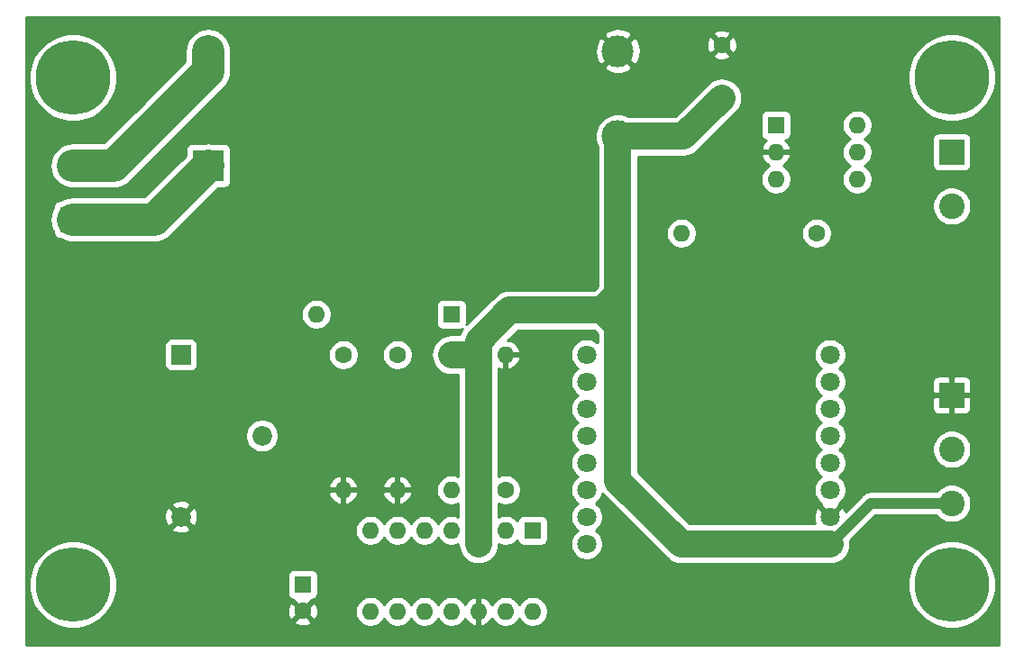
<source format=gbr>
%TF.GenerationSoftware,KiCad,Pcbnew,(5.1.10)-1*%
%TF.CreationDate,2022-05-21T15:35:01-04:00*%
%TF.ProjectId,Tool_Sensor,546f6f6c-5f53-4656-9e73-6f722e6b6963,rev?*%
%TF.SameCoordinates,Original*%
%TF.FileFunction,Copper,L2,Bot*%
%TF.FilePolarity,Positive*%
%FSLAX46Y46*%
G04 Gerber Fmt 4.6, Leading zero omitted, Abs format (unit mm)*
G04 Created by KiCad (PCBNEW (5.1.10)-1) date 2022-05-21 15:35:01*
%MOMM*%
%LPD*%
G01*
G04 APERTURE LIST*
%TA.AperFunction,ComponentPad*%
%ADD10C,1.850000*%
%TD*%
%TA.AperFunction,ComponentPad*%
%ADD11R,1.850000X1.850000*%
%TD*%
%TA.AperFunction,ComponentPad*%
%ADD12C,2.400000*%
%TD*%
%TA.AperFunction,ComponentPad*%
%ADD13R,2.400000X2.400000*%
%TD*%
%TA.AperFunction,ComponentPad*%
%ADD14R,3.000000X3.000000*%
%TD*%
%TA.AperFunction,ComponentPad*%
%ADD15C,3.000000*%
%TD*%
%TA.AperFunction,ComponentPad*%
%ADD16R,1.600000X1.600000*%
%TD*%
%TA.AperFunction,ComponentPad*%
%ADD17O,1.600000X1.600000*%
%TD*%
%TA.AperFunction,ComponentPad*%
%ADD18C,1.600000*%
%TD*%
%TA.AperFunction,ComponentPad*%
%ADD19C,7.000000*%
%TD*%
%TA.AperFunction,ComponentPad*%
%ADD20C,1.800000*%
%TD*%
%TA.AperFunction,Conductor*%
%ADD21C,3.048000*%
%TD*%
%TA.AperFunction,Conductor*%
%ADD22C,1.000000*%
%TD*%
%TA.AperFunction,Conductor*%
%ADD23C,2.540000*%
%TD*%
%TA.AperFunction,Conductor*%
%ADD24C,0.254000*%
%TD*%
%TA.AperFunction,Conductor*%
%ADD25C,0.100000*%
%TD*%
G04 APERTURE END LIST*
D10*
%TO.P,T1,3*%
%TO.N,Net-(T1-Pad3)*%
X109220000Y-118110000D03*
%TO.P,T1,2*%
%TO.N,GND*%
X101600000Y-125730000D03*
D11*
%TO.P,T1,1*%
%TO.N,Net-(D1-Pad2)*%
X101600000Y-110490000D03*
%TD*%
D12*
%TO.P,J1,2*%
%TO.N,Net-(J1-Pad2)*%
X91440000Y-92710000D03*
D13*
%TO.P,J1,1*%
%TO.N,Net-(J1-Pad1)*%
X91440000Y-97790000D03*
%TD*%
%TO.P,J2,1*%
%TO.N,GND*%
X173990000Y-114300000D03*
D12*
%TO.P,J2,2*%
%TO.N,Net-(J2-Pad2)*%
X173990000Y-119380000D03*
%TO.P,J2,3*%
%TO.N,+5V*%
X173990000Y-124460000D03*
%TD*%
D13*
%TO.P,J3,1*%
%TO.N,Net-(J3-Pad1)*%
X173990000Y-91440000D03*
D12*
%TO.P,J3,2*%
%TO.N,Net-(J3-Pad2)*%
X173990000Y-96520000D03*
%TD*%
D14*
%TO.P,PS1,1*%
%TO.N,Net-(J1-Pad1)*%
X104140000Y-92710000D03*
D15*
%TO.P,PS1,4*%
%TO.N,+5V*%
X142640000Y-89960000D03*
%TO.P,PS1,2*%
%TO.N,Net-(J1-Pad2)*%
X104140000Y-81960000D03*
%TO.P,PS1,3*%
%TO.N,GND*%
X142640000Y-81960000D03*
%TD*%
D16*
%TO.P,U3,1*%
%TO.N,Net-(R5-Pad1)*%
X157480000Y-88900000D03*
D17*
%TO.P,U3,4*%
%TO.N,Net-(J3-Pad2)*%
X165100000Y-93980000D03*
%TO.P,U3,2*%
%TO.N,GND*%
X157480000Y-91440000D03*
%TO.P,U3,5*%
%TO.N,Net-(J3-Pad1)*%
X165100000Y-91440000D03*
%TO.P,U3,3*%
%TO.N,Net-(U3-Pad3)*%
X157480000Y-93980000D03*
%TO.P,U3,6*%
%TO.N,Net-(U3-Pad6)*%
X165100000Y-88900000D03*
%TD*%
D18*
%TO.P,C2,2*%
%TO.N,GND*%
X152400000Y-81360000D03*
D16*
%TO.P,C2,1*%
%TO.N,+5V*%
X152400000Y-86360000D03*
%TD*%
D19*
%TO.P,,1*%
%TO.N,N/C*%
X91440000Y-84455000D03*
%TD*%
%TO.P,,1*%
%TO.N,N/C*%
X91440000Y-132080000D03*
%TD*%
%TO.P,,1*%
%TO.N,N/C*%
X173990000Y-132080000D03*
%TD*%
%TO.P,,1*%
%TO.N,N/C*%
X173990000Y-84455000D03*
%TD*%
D20*
%TO.P,U2,8*%
%TO.N,Net-(U2-Pad8)*%
X139700000Y-128270000D03*
%TO.P,U2,9*%
%TO.N,+5V*%
X162560000Y-128270000D03*
%TO.P,U2,7*%
%TO.N,Net-(U2-Pad7)*%
X139700000Y-125730000D03*
%TO.P,U2,10*%
%TO.N,GND*%
X162560000Y-125730000D03*
%TO.P,U2,6*%
%TO.N,Net-(U2-Pad6)*%
X139700000Y-123190000D03*
%TO.P,U2,11*%
%TO.N,Net-(U2-Pad11)*%
X162560000Y-123190000D03*
%TO.P,U2,5*%
%TO.N,Net-(U2-Pad5)*%
X139700000Y-120650000D03*
%TO.P,U2,12*%
%TO.N,Net-(U2-Pad12)*%
X162560000Y-120650000D03*
%TO.P,U2,4*%
%TO.N,Net-(U1-Pad1)*%
X139700000Y-118110000D03*
%TO.P,U2,13*%
%TO.N,Net-(R5-Pad2)*%
X162560000Y-118110000D03*
%TO.P,U2,3*%
%TO.N,Net-(U2-Pad3)*%
X139700000Y-115570000D03*
%TO.P,U2,14*%
%TO.N,Net-(J2-Pad2)*%
X162560000Y-115570000D03*
%TO.P,U2,2*%
%TO.N,Net-(U2-Pad2)*%
X139700000Y-113030000D03*
%TO.P,U2,15*%
%TO.N,Net-(U2-Pad15)*%
X162560000Y-113030000D03*
%TO.P,U2,1*%
%TO.N,Net-(U2-Pad1)*%
X139700000Y-110490000D03*
%TO.P,U2,16*%
%TO.N,Net-(U2-Pad16)*%
X162560000Y-110490000D03*
%TD*%
D17*
%TO.P,U1,14*%
%TO.N,N/C*%
X134620000Y-134620000D03*
%TO.P,U1,7*%
%TO.N,Net-(C1-Pad1)*%
X119380000Y-127000000D03*
%TO.P,U1,13*%
%TO.N,N/C*%
X132080000Y-134620000D03*
%TO.P,U1,6*%
%TO.N,Net-(R2-Pad2)*%
X121920000Y-127000000D03*
%TO.P,U1,12*%
%TO.N,GND*%
X129540000Y-134620000D03*
%TO.P,U1,5*%
%TO.N,N/C*%
X124460000Y-127000000D03*
%TO.P,U1,11*%
X127000000Y-134620000D03*
%TO.P,U1,4*%
X127000000Y-127000000D03*
%TO.P,U1,10*%
X124460000Y-134620000D03*
%TO.P,U1,3*%
%TO.N,+5V*%
X129540000Y-127000000D03*
%TO.P,U1,9*%
%TO.N,N/C*%
X121920000Y-134620000D03*
%TO.P,U1,2*%
X132080000Y-127000000D03*
%TO.P,U1,8*%
X119380000Y-134620000D03*
D16*
%TO.P,U1,1*%
%TO.N,Net-(U1-Pad1)*%
X134620000Y-127000000D03*
%TD*%
D17*
%TO.P,R5,2*%
%TO.N,Net-(R5-Pad2)*%
X148590000Y-99060000D03*
D18*
%TO.P,R5,1*%
%TO.N,Net-(R5-Pad1)*%
X161290000Y-99060000D03*
%TD*%
D17*
%TO.P,R4,2*%
%TO.N,GND*%
X121920000Y-123190000D03*
D18*
%TO.P,R4,1*%
%TO.N,Net-(C1-Pad1)*%
X121920000Y-110490000D03*
%TD*%
D17*
%TO.P,R3,2*%
%TO.N,GND*%
X132080000Y-110490000D03*
D18*
%TO.P,R3,1*%
%TO.N,Net-(R2-Pad2)*%
X132080000Y-123190000D03*
%TD*%
D17*
%TO.P,R2,2*%
%TO.N,Net-(R2-Pad2)*%
X127000000Y-123190000D03*
D18*
%TO.P,R2,1*%
%TO.N,+5V*%
X127000000Y-110490000D03*
%TD*%
D17*
%TO.P,R1,2*%
%TO.N,GND*%
X116840000Y-123190000D03*
D18*
%TO.P,R1,1*%
%TO.N,Net-(D1-Pad2)*%
X116840000Y-110490000D03*
%TD*%
D16*
%TO.P,C1,1*%
%TO.N,Net-(C1-Pad1)*%
X113030000Y-132080000D03*
D18*
%TO.P,C1,2*%
%TO.N,GND*%
X113030000Y-134580000D03*
%TD*%
D16*
%TO.P,D1,1*%
%TO.N,Net-(C1-Pad1)*%
X127000000Y-106680000D03*
D17*
%TO.P,D1,2*%
%TO.N,Net-(D1-Pad2)*%
X114300000Y-106680000D03*
%TD*%
D21*
%TO.N,Net-(J1-Pad2)*%
X99060000Y-88900000D02*
X95250000Y-92710000D01*
X99060000Y-88900000D02*
X104140000Y-83820000D01*
X91440000Y-92710000D02*
X95250000Y-92710000D01*
X104140000Y-83820000D02*
X104140000Y-81960000D01*
%TO.N,Net-(J1-Pad1)*%
X95250000Y-97790000D02*
X91440000Y-97790000D01*
X104140000Y-92710000D02*
X99060000Y-97790000D01*
X99060000Y-97790000D02*
X95250000Y-97790000D01*
D22*
%TO.N,+5V*%
X128270000Y-110490000D02*
X129540000Y-111760000D01*
D23*
X127000000Y-110490000D02*
X128270000Y-110490000D01*
X129540000Y-111760000D02*
X129540000Y-109220000D01*
X129540000Y-128270000D02*
X129540000Y-111760000D01*
X162560000Y-128270000D02*
X148590000Y-128270000D01*
X148590000Y-128270000D02*
X142640000Y-122320000D01*
X129540000Y-109220000D02*
X132480000Y-106280000D01*
D22*
X140100000Y-106280000D02*
X142640000Y-103740000D01*
D23*
X142640000Y-106280000D02*
X142640000Y-103740000D01*
X132480000Y-106280000D02*
X140100000Y-106280000D01*
X142640000Y-103740000D02*
X142640000Y-96120000D01*
X140100000Y-106280000D02*
X142640000Y-106280000D01*
X142640000Y-108820000D02*
X142640000Y-106280000D01*
D22*
X140100000Y-106280000D02*
X142640000Y-108820000D01*
D23*
X142640000Y-122320000D02*
X142640000Y-108820000D01*
D22*
X173990000Y-124460000D02*
X166370000Y-124460000D01*
X166370000Y-124460000D02*
X162560000Y-128270000D01*
D23*
X142640000Y-96120000D02*
X142640000Y-89960000D01*
X148800000Y-89960000D02*
X152400000Y-86360000D01*
X142640000Y-89960000D02*
X148800000Y-89960000D01*
%TD*%
D24*
%TO.N,GND*%
X178410001Y-137770000D02*
X87020000Y-137770000D01*
X87020000Y-131672738D01*
X87305000Y-131672738D01*
X87305000Y-132487262D01*
X87463906Y-133286135D01*
X87775611Y-134038657D01*
X88228136Y-134715909D01*
X88804091Y-135291864D01*
X89481343Y-135744389D01*
X90233865Y-136056094D01*
X91032738Y-136215000D01*
X91847262Y-136215000D01*
X92646135Y-136056094D01*
X93398657Y-135744389D01*
X93655604Y-135572702D01*
X112216903Y-135572702D01*
X112288486Y-135816671D01*
X112543996Y-135937571D01*
X112818184Y-136006300D01*
X113100512Y-136020217D01*
X113380130Y-135978787D01*
X113646292Y-135883603D01*
X113771514Y-135816671D01*
X113843097Y-135572702D01*
X113030000Y-134759605D01*
X112216903Y-135572702D01*
X93655604Y-135572702D01*
X94075909Y-135291864D01*
X94651864Y-134715909D01*
X94695560Y-134650512D01*
X111589783Y-134650512D01*
X111631213Y-134930130D01*
X111726397Y-135196292D01*
X111793329Y-135321514D01*
X112037298Y-135393097D01*
X112850395Y-134580000D01*
X113209605Y-134580000D01*
X114022702Y-135393097D01*
X114266671Y-135321514D01*
X114387571Y-135066004D01*
X114456300Y-134791816D01*
X114470217Y-134509488D01*
X114465651Y-134478665D01*
X117945000Y-134478665D01*
X117945000Y-134761335D01*
X118000147Y-135038574D01*
X118108320Y-135299727D01*
X118265363Y-135534759D01*
X118465241Y-135734637D01*
X118700273Y-135891680D01*
X118961426Y-135999853D01*
X119238665Y-136055000D01*
X119521335Y-136055000D01*
X119798574Y-135999853D01*
X120059727Y-135891680D01*
X120294759Y-135734637D01*
X120494637Y-135534759D01*
X120650000Y-135302241D01*
X120805363Y-135534759D01*
X121005241Y-135734637D01*
X121240273Y-135891680D01*
X121501426Y-135999853D01*
X121778665Y-136055000D01*
X122061335Y-136055000D01*
X122338574Y-135999853D01*
X122599727Y-135891680D01*
X122834759Y-135734637D01*
X123034637Y-135534759D01*
X123190000Y-135302241D01*
X123345363Y-135534759D01*
X123545241Y-135734637D01*
X123780273Y-135891680D01*
X124041426Y-135999853D01*
X124318665Y-136055000D01*
X124601335Y-136055000D01*
X124878574Y-135999853D01*
X125139727Y-135891680D01*
X125374759Y-135734637D01*
X125574637Y-135534759D01*
X125730000Y-135302241D01*
X125885363Y-135534759D01*
X126085241Y-135734637D01*
X126320273Y-135891680D01*
X126581426Y-135999853D01*
X126858665Y-136055000D01*
X127141335Y-136055000D01*
X127418574Y-135999853D01*
X127679727Y-135891680D01*
X127914759Y-135734637D01*
X128114637Y-135534759D01*
X128271680Y-135299727D01*
X128276067Y-135289135D01*
X128387615Y-135475131D01*
X128576586Y-135683519D01*
X128802580Y-135851037D01*
X129056913Y-135971246D01*
X129190961Y-136011904D01*
X129413000Y-135889915D01*
X129413000Y-134747000D01*
X129393000Y-134747000D01*
X129393000Y-134493000D01*
X129413000Y-134493000D01*
X129413000Y-133350085D01*
X129667000Y-133350085D01*
X129667000Y-134493000D01*
X129687000Y-134493000D01*
X129687000Y-134747000D01*
X129667000Y-134747000D01*
X129667000Y-135889915D01*
X129889039Y-136011904D01*
X130023087Y-135971246D01*
X130277420Y-135851037D01*
X130503414Y-135683519D01*
X130692385Y-135475131D01*
X130803933Y-135289135D01*
X130808320Y-135299727D01*
X130965363Y-135534759D01*
X131165241Y-135734637D01*
X131400273Y-135891680D01*
X131661426Y-135999853D01*
X131938665Y-136055000D01*
X132221335Y-136055000D01*
X132498574Y-135999853D01*
X132759727Y-135891680D01*
X132994759Y-135734637D01*
X133194637Y-135534759D01*
X133350000Y-135302241D01*
X133505363Y-135534759D01*
X133705241Y-135734637D01*
X133940273Y-135891680D01*
X134201426Y-135999853D01*
X134478665Y-136055000D01*
X134761335Y-136055000D01*
X135038574Y-135999853D01*
X135299727Y-135891680D01*
X135534759Y-135734637D01*
X135734637Y-135534759D01*
X135891680Y-135299727D01*
X135999853Y-135038574D01*
X136055000Y-134761335D01*
X136055000Y-134478665D01*
X135999853Y-134201426D01*
X135891680Y-133940273D01*
X135734637Y-133705241D01*
X135534759Y-133505363D01*
X135299727Y-133348320D01*
X135038574Y-133240147D01*
X134761335Y-133185000D01*
X134478665Y-133185000D01*
X134201426Y-133240147D01*
X133940273Y-133348320D01*
X133705241Y-133505363D01*
X133505363Y-133705241D01*
X133350000Y-133937759D01*
X133194637Y-133705241D01*
X132994759Y-133505363D01*
X132759727Y-133348320D01*
X132498574Y-133240147D01*
X132221335Y-133185000D01*
X131938665Y-133185000D01*
X131661426Y-133240147D01*
X131400273Y-133348320D01*
X131165241Y-133505363D01*
X130965363Y-133705241D01*
X130808320Y-133940273D01*
X130803933Y-133950865D01*
X130692385Y-133764869D01*
X130503414Y-133556481D01*
X130277420Y-133388963D01*
X130023087Y-133268754D01*
X129889039Y-133228096D01*
X129667000Y-133350085D01*
X129413000Y-133350085D01*
X129190961Y-133228096D01*
X129056913Y-133268754D01*
X128802580Y-133388963D01*
X128576586Y-133556481D01*
X128387615Y-133764869D01*
X128276067Y-133950865D01*
X128271680Y-133940273D01*
X128114637Y-133705241D01*
X127914759Y-133505363D01*
X127679727Y-133348320D01*
X127418574Y-133240147D01*
X127141335Y-133185000D01*
X126858665Y-133185000D01*
X126581426Y-133240147D01*
X126320273Y-133348320D01*
X126085241Y-133505363D01*
X125885363Y-133705241D01*
X125730000Y-133937759D01*
X125574637Y-133705241D01*
X125374759Y-133505363D01*
X125139727Y-133348320D01*
X124878574Y-133240147D01*
X124601335Y-133185000D01*
X124318665Y-133185000D01*
X124041426Y-133240147D01*
X123780273Y-133348320D01*
X123545241Y-133505363D01*
X123345363Y-133705241D01*
X123190000Y-133937759D01*
X123034637Y-133705241D01*
X122834759Y-133505363D01*
X122599727Y-133348320D01*
X122338574Y-133240147D01*
X122061335Y-133185000D01*
X121778665Y-133185000D01*
X121501426Y-133240147D01*
X121240273Y-133348320D01*
X121005241Y-133505363D01*
X120805363Y-133705241D01*
X120650000Y-133937759D01*
X120494637Y-133705241D01*
X120294759Y-133505363D01*
X120059727Y-133348320D01*
X119798574Y-133240147D01*
X119521335Y-133185000D01*
X119238665Y-133185000D01*
X118961426Y-133240147D01*
X118700273Y-133348320D01*
X118465241Y-133505363D01*
X118265363Y-133705241D01*
X118108320Y-133940273D01*
X118000147Y-134201426D01*
X117945000Y-134478665D01*
X114465651Y-134478665D01*
X114428787Y-134229870D01*
X114333603Y-133963708D01*
X114266671Y-133838486D01*
X114022702Y-133766903D01*
X113209605Y-134580000D01*
X112850395Y-134580000D01*
X112037298Y-133766903D01*
X111793329Y-133838486D01*
X111672429Y-134093996D01*
X111603700Y-134368184D01*
X111589783Y-134650512D01*
X94695560Y-134650512D01*
X95104389Y-134038657D01*
X95416094Y-133286135D01*
X95575000Y-132487262D01*
X95575000Y-131672738D01*
X95496880Y-131280000D01*
X111591928Y-131280000D01*
X111591928Y-132880000D01*
X111604188Y-133004482D01*
X111640498Y-133124180D01*
X111699463Y-133234494D01*
X111778815Y-133331185D01*
X111875506Y-133410537D01*
X111985820Y-133469502D01*
X112105518Y-133505812D01*
X112230000Y-133518072D01*
X112237215Y-133518072D01*
X112216903Y-133587298D01*
X113030000Y-134400395D01*
X113843097Y-133587298D01*
X113822785Y-133518072D01*
X113830000Y-133518072D01*
X113954482Y-133505812D01*
X114074180Y-133469502D01*
X114184494Y-133410537D01*
X114281185Y-133331185D01*
X114360537Y-133234494D01*
X114419502Y-133124180D01*
X114455812Y-133004482D01*
X114468072Y-132880000D01*
X114468072Y-131672738D01*
X169855000Y-131672738D01*
X169855000Y-132487262D01*
X170013906Y-133286135D01*
X170325611Y-134038657D01*
X170778136Y-134715909D01*
X171354091Y-135291864D01*
X172031343Y-135744389D01*
X172783865Y-136056094D01*
X173582738Y-136215000D01*
X174397262Y-136215000D01*
X175196135Y-136056094D01*
X175948657Y-135744389D01*
X176625909Y-135291864D01*
X177201864Y-134715909D01*
X177654389Y-134038657D01*
X177966094Y-133286135D01*
X178125000Y-132487262D01*
X178125000Y-131672738D01*
X177966094Y-130873865D01*
X177654389Y-130121343D01*
X177201864Y-129444091D01*
X176625909Y-128868136D01*
X175948657Y-128415611D01*
X175196135Y-128103906D01*
X174397262Y-127945000D01*
X173582738Y-127945000D01*
X172783865Y-128103906D01*
X172031343Y-128415611D01*
X171354091Y-128868136D01*
X170778136Y-129444091D01*
X170325611Y-130121343D01*
X170013906Y-130873865D01*
X169855000Y-131672738D01*
X114468072Y-131672738D01*
X114468072Y-131280000D01*
X114455812Y-131155518D01*
X114419502Y-131035820D01*
X114360537Y-130925506D01*
X114281185Y-130828815D01*
X114184494Y-130749463D01*
X114074180Y-130690498D01*
X113954482Y-130654188D01*
X113830000Y-130641928D01*
X112230000Y-130641928D01*
X112105518Y-130654188D01*
X111985820Y-130690498D01*
X111875506Y-130749463D01*
X111778815Y-130828815D01*
X111699463Y-130925506D01*
X111640498Y-131035820D01*
X111604188Y-131155518D01*
X111591928Y-131280000D01*
X95496880Y-131280000D01*
X95416094Y-130873865D01*
X95104389Y-130121343D01*
X94651864Y-129444091D01*
X94075909Y-128868136D01*
X93398657Y-128415611D01*
X92646135Y-128103906D01*
X91847262Y-127945000D01*
X91032738Y-127945000D01*
X90233865Y-128103906D01*
X89481343Y-128415611D01*
X88804091Y-128868136D01*
X88228136Y-129444091D01*
X87775611Y-130121343D01*
X87463906Y-130873865D01*
X87305000Y-131672738D01*
X87020000Y-131672738D01*
X87020000Y-126811917D01*
X100697688Y-126811917D01*
X100784393Y-127068653D01*
X101061223Y-127202048D01*
X101358757Y-127278873D01*
X101665562Y-127296176D01*
X101969848Y-127253292D01*
X102259921Y-127151868D01*
X102415607Y-127068653D01*
X102486524Y-126858665D01*
X117945000Y-126858665D01*
X117945000Y-127141335D01*
X118000147Y-127418574D01*
X118108320Y-127679727D01*
X118265363Y-127914759D01*
X118465241Y-128114637D01*
X118700273Y-128271680D01*
X118961426Y-128379853D01*
X119238665Y-128435000D01*
X119521335Y-128435000D01*
X119798574Y-128379853D01*
X120059727Y-128271680D01*
X120294759Y-128114637D01*
X120494637Y-127914759D01*
X120650000Y-127682241D01*
X120805363Y-127914759D01*
X121005241Y-128114637D01*
X121240273Y-128271680D01*
X121501426Y-128379853D01*
X121778665Y-128435000D01*
X122061335Y-128435000D01*
X122338574Y-128379853D01*
X122599727Y-128271680D01*
X122834759Y-128114637D01*
X123034637Y-127914759D01*
X123190000Y-127682241D01*
X123345363Y-127914759D01*
X123545241Y-128114637D01*
X123780273Y-128271680D01*
X124041426Y-128379853D01*
X124318665Y-128435000D01*
X124601335Y-128435000D01*
X124878574Y-128379853D01*
X125139727Y-128271680D01*
X125374759Y-128114637D01*
X125574637Y-127914759D01*
X125730000Y-127682241D01*
X125885363Y-127914759D01*
X126085241Y-128114637D01*
X126320273Y-128271680D01*
X126581426Y-128379853D01*
X126858665Y-128435000D01*
X127141335Y-128435000D01*
X127418574Y-128379853D01*
X127635000Y-128290207D01*
X127635000Y-128363581D01*
X127662564Y-128643444D01*
X127771494Y-129002538D01*
X127948387Y-129333482D01*
X128186444Y-129623556D01*
X128476518Y-129861613D01*
X128807461Y-130038506D01*
X129166555Y-130147436D01*
X129540000Y-130184217D01*
X129913444Y-130147436D01*
X130272538Y-130038506D01*
X130603482Y-129861613D01*
X130893556Y-129623556D01*
X131131613Y-129333482D01*
X131308506Y-129002539D01*
X131417436Y-128643445D01*
X131445000Y-128363582D01*
X131445000Y-128290207D01*
X131661426Y-128379853D01*
X131938665Y-128435000D01*
X132221335Y-128435000D01*
X132498574Y-128379853D01*
X132759727Y-128271680D01*
X132994759Y-128114637D01*
X133193357Y-127916039D01*
X133194188Y-127924482D01*
X133230498Y-128044180D01*
X133289463Y-128154494D01*
X133368815Y-128251185D01*
X133465506Y-128330537D01*
X133575820Y-128389502D01*
X133695518Y-128425812D01*
X133820000Y-128438072D01*
X135420000Y-128438072D01*
X135544482Y-128425812D01*
X135664180Y-128389502D01*
X135774494Y-128330537D01*
X135871185Y-128251185D01*
X135950537Y-128154494D01*
X136009502Y-128044180D01*
X136045812Y-127924482D01*
X136058072Y-127800000D01*
X136058072Y-126200000D01*
X136045812Y-126075518D01*
X136009502Y-125955820D01*
X135950537Y-125845506D01*
X135871185Y-125748815D01*
X135774494Y-125669463D01*
X135664180Y-125610498D01*
X135544482Y-125574188D01*
X135420000Y-125561928D01*
X133820000Y-125561928D01*
X133695518Y-125574188D01*
X133575820Y-125610498D01*
X133465506Y-125669463D01*
X133368815Y-125748815D01*
X133289463Y-125845506D01*
X133230498Y-125955820D01*
X133194188Y-126075518D01*
X133193357Y-126083961D01*
X132994759Y-125885363D01*
X132759727Y-125728320D01*
X132498574Y-125620147D01*
X132221335Y-125565000D01*
X131938665Y-125565000D01*
X131661426Y-125620147D01*
X131445000Y-125709793D01*
X131445000Y-124480207D01*
X131661426Y-124569853D01*
X131938665Y-124625000D01*
X132221335Y-124625000D01*
X132498574Y-124569853D01*
X132759727Y-124461680D01*
X132994759Y-124304637D01*
X133194637Y-124104759D01*
X133351680Y-123869727D01*
X133459853Y-123608574D01*
X133515000Y-123331335D01*
X133515000Y-123048665D01*
X133459853Y-122771426D01*
X133351680Y-122510273D01*
X133194637Y-122275241D01*
X132994759Y-122075363D01*
X132759727Y-121918320D01*
X132498574Y-121810147D01*
X132221335Y-121755000D01*
X131938665Y-121755000D01*
X131661426Y-121810147D01*
X131445000Y-121899793D01*
X131445000Y-111769445D01*
X131596913Y-111841246D01*
X131730961Y-111881904D01*
X131953000Y-111759915D01*
X131953000Y-110617000D01*
X132207000Y-110617000D01*
X132207000Y-111759915D01*
X132429039Y-111881904D01*
X132563087Y-111841246D01*
X132817420Y-111721037D01*
X133043414Y-111553519D01*
X133232385Y-111345131D01*
X133377070Y-111103881D01*
X133471909Y-110839040D01*
X133350624Y-110617000D01*
X132207000Y-110617000D01*
X131953000Y-110617000D01*
X131933000Y-110617000D01*
X131933000Y-110363000D01*
X131953000Y-110363000D01*
X131953000Y-110343000D01*
X132207000Y-110343000D01*
X132207000Y-110363000D01*
X133350624Y-110363000D01*
X133471909Y-110140960D01*
X133377070Y-109876119D01*
X133232385Y-109634869D01*
X133043414Y-109426481D01*
X132817420Y-109258963D01*
X132563087Y-109138754D01*
X132429039Y-109098096D01*
X132266899Y-109187176D01*
X133269076Y-108185000D01*
X140399869Y-108185000D01*
X140735000Y-108520132D01*
X140735000Y-108913581D01*
X140735001Y-108913591D01*
X140735001Y-109354184D01*
X140678505Y-109297688D01*
X140427095Y-109129701D01*
X140147743Y-109013989D01*
X139851184Y-108955000D01*
X139548816Y-108955000D01*
X139252257Y-109013989D01*
X138972905Y-109129701D01*
X138721495Y-109297688D01*
X138507688Y-109511495D01*
X138339701Y-109762905D01*
X138223989Y-110042257D01*
X138165000Y-110338816D01*
X138165000Y-110641184D01*
X138223989Y-110937743D01*
X138339701Y-111217095D01*
X138507688Y-111468505D01*
X138721495Y-111682312D01*
X138837763Y-111760000D01*
X138721495Y-111837688D01*
X138507688Y-112051495D01*
X138339701Y-112302905D01*
X138223989Y-112582257D01*
X138165000Y-112878816D01*
X138165000Y-113181184D01*
X138223989Y-113477743D01*
X138339701Y-113757095D01*
X138507688Y-114008505D01*
X138721495Y-114222312D01*
X138837763Y-114300000D01*
X138721495Y-114377688D01*
X138507688Y-114591495D01*
X138339701Y-114842905D01*
X138223989Y-115122257D01*
X138165000Y-115418816D01*
X138165000Y-115721184D01*
X138223989Y-116017743D01*
X138339701Y-116297095D01*
X138507688Y-116548505D01*
X138721495Y-116762312D01*
X138837763Y-116840000D01*
X138721495Y-116917688D01*
X138507688Y-117131495D01*
X138339701Y-117382905D01*
X138223989Y-117662257D01*
X138165000Y-117958816D01*
X138165000Y-118261184D01*
X138223989Y-118557743D01*
X138339701Y-118837095D01*
X138507688Y-119088505D01*
X138721495Y-119302312D01*
X138837763Y-119380000D01*
X138721495Y-119457688D01*
X138507688Y-119671495D01*
X138339701Y-119922905D01*
X138223989Y-120202257D01*
X138165000Y-120498816D01*
X138165000Y-120801184D01*
X138223989Y-121097743D01*
X138339701Y-121377095D01*
X138507688Y-121628505D01*
X138721495Y-121842312D01*
X138837763Y-121920000D01*
X138721495Y-121997688D01*
X138507688Y-122211495D01*
X138339701Y-122462905D01*
X138223989Y-122742257D01*
X138165000Y-123038816D01*
X138165000Y-123341184D01*
X138223989Y-123637743D01*
X138339701Y-123917095D01*
X138507688Y-124168505D01*
X138721495Y-124382312D01*
X138837763Y-124460000D01*
X138721495Y-124537688D01*
X138507688Y-124751495D01*
X138339701Y-125002905D01*
X138223989Y-125282257D01*
X138165000Y-125578816D01*
X138165000Y-125881184D01*
X138223989Y-126177743D01*
X138339701Y-126457095D01*
X138507688Y-126708505D01*
X138721495Y-126922312D01*
X138837763Y-127000000D01*
X138721495Y-127077688D01*
X138507688Y-127291495D01*
X138339701Y-127542905D01*
X138223989Y-127822257D01*
X138165000Y-128118816D01*
X138165000Y-128421184D01*
X138223989Y-128717743D01*
X138339701Y-128997095D01*
X138507688Y-129248505D01*
X138721495Y-129462312D01*
X138972905Y-129630299D01*
X139252257Y-129746011D01*
X139548816Y-129805000D01*
X139851184Y-129805000D01*
X140147743Y-129746011D01*
X140427095Y-129630299D01*
X140678505Y-129462312D01*
X140892312Y-129248505D01*
X141060299Y-128997095D01*
X141176011Y-128717743D01*
X141235000Y-128421184D01*
X141235000Y-128118816D01*
X141176011Y-127822257D01*
X141060299Y-127542905D01*
X140892312Y-127291495D01*
X140678505Y-127077688D01*
X140562237Y-127000000D01*
X140678505Y-126922312D01*
X140892312Y-126708505D01*
X141060299Y-126457095D01*
X141176011Y-126177743D01*
X141235000Y-125881184D01*
X141235000Y-125578816D01*
X141176011Y-125282257D01*
X141060299Y-125002905D01*
X140892312Y-124751495D01*
X140678505Y-124537688D01*
X140562237Y-124460000D01*
X140678505Y-124382312D01*
X140892312Y-124168505D01*
X141060299Y-123917095D01*
X141176011Y-123637743D01*
X141191822Y-123558258D01*
X141286444Y-123673556D01*
X141359145Y-123733220D01*
X147176789Y-129550866D01*
X147236444Y-129623556D01*
X147309134Y-129683211D01*
X147526517Y-129861613D01*
X147857460Y-130038506D01*
X147941037Y-130063859D01*
X148216555Y-130147436D01*
X148496418Y-130175000D01*
X148496420Y-130175000D01*
X148590000Y-130184217D01*
X148683580Y-130175000D01*
X162653582Y-130175000D01*
X162933445Y-130147436D01*
X163292539Y-130038506D01*
X163623482Y-129861613D01*
X163913556Y-129623556D01*
X164151613Y-129333482D01*
X164328506Y-129002539D01*
X164437436Y-128643445D01*
X164474217Y-128270000D01*
X164446504Y-127988627D01*
X166840133Y-125595000D01*
X172541447Y-125595000D01*
X172564662Y-125629744D01*
X172820256Y-125885338D01*
X173120801Y-126086156D01*
X173454750Y-126224482D01*
X173809268Y-126295000D01*
X174170732Y-126295000D01*
X174525250Y-126224482D01*
X174859199Y-126086156D01*
X175159744Y-125885338D01*
X175415338Y-125629744D01*
X175616156Y-125329199D01*
X175754482Y-124995250D01*
X175825000Y-124640732D01*
X175825000Y-124279268D01*
X175754482Y-123924750D01*
X175616156Y-123590801D01*
X175415338Y-123290256D01*
X175159744Y-123034662D01*
X174859199Y-122833844D01*
X174525250Y-122695518D01*
X174170732Y-122625000D01*
X173809268Y-122625000D01*
X173454750Y-122695518D01*
X173120801Y-122833844D01*
X172820256Y-123034662D01*
X172564662Y-123290256D01*
X172541447Y-123325000D01*
X166425752Y-123325000D01*
X166370000Y-123319509D01*
X166147501Y-123341423D01*
X165933553Y-123406324D01*
X165736377Y-123511716D01*
X165606856Y-123618011D01*
X165606854Y-123618013D01*
X165563551Y-123653551D01*
X165528013Y-123696854D01*
X164007039Y-125217829D01*
X163958222Y-125078801D01*
X163878261Y-124929208D01*
X163624080Y-124845525D01*
X162739605Y-125730000D01*
X162753748Y-125744143D01*
X162574143Y-125923748D01*
X162560000Y-125909605D01*
X162545858Y-125923748D01*
X162366253Y-125744143D01*
X162380395Y-125730000D01*
X161495920Y-124845525D01*
X161241739Y-124929208D01*
X161110842Y-125201775D01*
X161035635Y-125494642D01*
X161019009Y-125796553D01*
X161061603Y-126095907D01*
X161156090Y-126365000D01*
X149379077Y-126365000D01*
X144545000Y-121530925D01*
X144545000Y-110338816D01*
X161025000Y-110338816D01*
X161025000Y-110641184D01*
X161083989Y-110937743D01*
X161199701Y-111217095D01*
X161367688Y-111468505D01*
X161581495Y-111682312D01*
X161697763Y-111760000D01*
X161581495Y-111837688D01*
X161367688Y-112051495D01*
X161199701Y-112302905D01*
X161083989Y-112582257D01*
X161025000Y-112878816D01*
X161025000Y-113181184D01*
X161083989Y-113477743D01*
X161199701Y-113757095D01*
X161367688Y-114008505D01*
X161581495Y-114222312D01*
X161697763Y-114300000D01*
X161581495Y-114377688D01*
X161367688Y-114591495D01*
X161199701Y-114842905D01*
X161083989Y-115122257D01*
X161025000Y-115418816D01*
X161025000Y-115721184D01*
X161083989Y-116017743D01*
X161199701Y-116297095D01*
X161367688Y-116548505D01*
X161581495Y-116762312D01*
X161697763Y-116840000D01*
X161581495Y-116917688D01*
X161367688Y-117131495D01*
X161199701Y-117382905D01*
X161083989Y-117662257D01*
X161025000Y-117958816D01*
X161025000Y-118261184D01*
X161083989Y-118557743D01*
X161199701Y-118837095D01*
X161367688Y-119088505D01*
X161581495Y-119302312D01*
X161697763Y-119380000D01*
X161581495Y-119457688D01*
X161367688Y-119671495D01*
X161199701Y-119922905D01*
X161083989Y-120202257D01*
X161025000Y-120498816D01*
X161025000Y-120801184D01*
X161083989Y-121097743D01*
X161199701Y-121377095D01*
X161367688Y-121628505D01*
X161581495Y-121842312D01*
X161697763Y-121920000D01*
X161581495Y-121997688D01*
X161367688Y-122211495D01*
X161199701Y-122462905D01*
X161083989Y-122742257D01*
X161025000Y-123038816D01*
X161025000Y-123341184D01*
X161083989Y-123637743D01*
X161199701Y-123917095D01*
X161367688Y-124168505D01*
X161581495Y-124382312D01*
X161735105Y-124484951D01*
X161675525Y-124665920D01*
X162560000Y-125550395D01*
X163444475Y-124665920D01*
X163384895Y-124484951D01*
X163538505Y-124382312D01*
X163752312Y-124168505D01*
X163920299Y-123917095D01*
X164036011Y-123637743D01*
X164095000Y-123341184D01*
X164095000Y-123038816D01*
X164036011Y-122742257D01*
X163920299Y-122462905D01*
X163752312Y-122211495D01*
X163538505Y-121997688D01*
X163422237Y-121920000D01*
X163538505Y-121842312D01*
X163752312Y-121628505D01*
X163920299Y-121377095D01*
X164036011Y-121097743D01*
X164095000Y-120801184D01*
X164095000Y-120498816D01*
X164036011Y-120202257D01*
X163920299Y-119922905D01*
X163752312Y-119671495D01*
X163538505Y-119457688D01*
X163422237Y-119380000D01*
X163538505Y-119302312D01*
X163641549Y-119199268D01*
X172155000Y-119199268D01*
X172155000Y-119560732D01*
X172225518Y-119915250D01*
X172363844Y-120249199D01*
X172564662Y-120549744D01*
X172820256Y-120805338D01*
X173120801Y-121006156D01*
X173454750Y-121144482D01*
X173809268Y-121215000D01*
X174170732Y-121215000D01*
X174525250Y-121144482D01*
X174859199Y-121006156D01*
X175159744Y-120805338D01*
X175415338Y-120549744D01*
X175616156Y-120249199D01*
X175754482Y-119915250D01*
X175825000Y-119560732D01*
X175825000Y-119199268D01*
X175754482Y-118844750D01*
X175616156Y-118510801D01*
X175415338Y-118210256D01*
X175159744Y-117954662D01*
X174859199Y-117753844D01*
X174525250Y-117615518D01*
X174170732Y-117545000D01*
X173809268Y-117545000D01*
X173454750Y-117615518D01*
X173120801Y-117753844D01*
X172820256Y-117954662D01*
X172564662Y-118210256D01*
X172363844Y-118510801D01*
X172225518Y-118844750D01*
X172155000Y-119199268D01*
X163641549Y-119199268D01*
X163752312Y-119088505D01*
X163920299Y-118837095D01*
X164036011Y-118557743D01*
X164095000Y-118261184D01*
X164095000Y-117958816D01*
X164036011Y-117662257D01*
X163920299Y-117382905D01*
X163752312Y-117131495D01*
X163538505Y-116917688D01*
X163422237Y-116840000D01*
X163538505Y-116762312D01*
X163752312Y-116548505D01*
X163920299Y-116297095D01*
X164036011Y-116017743D01*
X164095000Y-115721184D01*
X164095000Y-115500000D01*
X172151928Y-115500000D01*
X172164188Y-115624482D01*
X172200498Y-115744180D01*
X172259463Y-115854494D01*
X172338815Y-115951185D01*
X172435506Y-116030537D01*
X172545820Y-116089502D01*
X172665518Y-116125812D01*
X172790000Y-116138072D01*
X173704250Y-116135000D01*
X173863000Y-115976250D01*
X173863000Y-114427000D01*
X174117000Y-114427000D01*
X174117000Y-115976250D01*
X174275750Y-116135000D01*
X175190000Y-116138072D01*
X175314482Y-116125812D01*
X175434180Y-116089502D01*
X175544494Y-116030537D01*
X175641185Y-115951185D01*
X175720537Y-115854494D01*
X175779502Y-115744180D01*
X175815812Y-115624482D01*
X175828072Y-115500000D01*
X175825000Y-114585750D01*
X175666250Y-114427000D01*
X174117000Y-114427000D01*
X173863000Y-114427000D01*
X172313750Y-114427000D01*
X172155000Y-114585750D01*
X172151928Y-115500000D01*
X164095000Y-115500000D01*
X164095000Y-115418816D01*
X164036011Y-115122257D01*
X163920299Y-114842905D01*
X163752312Y-114591495D01*
X163538505Y-114377688D01*
X163422237Y-114300000D01*
X163538505Y-114222312D01*
X163752312Y-114008505D01*
X163920299Y-113757095D01*
X164036011Y-113477743D01*
X164095000Y-113181184D01*
X164095000Y-113100000D01*
X172151928Y-113100000D01*
X172155000Y-114014250D01*
X172313750Y-114173000D01*
X173863000Y-114173000D01*
X173863000Y-112623750D01*
X174117000Y-112623750D01*
X174117000Y-114173000D01*
X175666250Y-114173000D01*
X175825000Y-114014250D01*
X175828072Y-113100000D01*
X175815812Y-112975518D01*
X175779502Y-112855820D01*
X175720537Y-112745506D01*
X175641185Y-112648815D01*
X175544494Y-112569463D01*
X175434180Y-112510498D01*
X175314482Y-112474188D01*
X175190000Y-112461928D01*
X174275750Y-112465000D01*
X174117000Y-112623750D01*
X173863000Y-112623750D01*
X173704250Y-112465000D01*
X172790000Y-112461928D01*
X172665518Y-112474188D01*
X172545820Y-112510498D01*
X172435506Y-112569463D01*
X172338815Y-112648815D01*
X172259463Y-112745506D01*
X172200498Y-112855820D01*
X172164188Y-112975518D01*
X172151928Y-113100000D01*
X164095000Y-113100000D01*
X164095000Y-112878816D01*
X164036011Y-112582257D01*
X163920299Y-112302905D01*
X163752312Y-112051495D01*
X163538505Y-111837688D01*
X163422237Y-111760000D01*
X163538505Y-111682312D01*
X163752312Y-111468505D01*
X163920299Y-111217095D01*
X164036011Y-110937743D01*
X164095000Y-110641184D01*
X164095000Y-110338816D01*
X164036011Y-110042257D01*
X163920299Y-109762905D01*
X163752312Y-109511495D01*
X163538505Y-109297688D01*
X163287095Y-109129701D01*
X163007743Y-109013989D01*
X162711184Y-108955000D01*
X162408816Y-108955000D01*
X162112257Y-109013989D01*
X161832905Y-109129701D01*
X161581495Y-109297688D01*
X161367688Y-109511495D01*
X161199701Y-109762905D01*
X161083989Y-110042257D01*
X161025000Y-110338816D01*
X144545000Y-110338816D01*
X144545000Y-106373581D01*
X144554217Y-106280000D01*
X144545000Y-106186418D01*
X144545000Y-98918665D01*
X147155000Y-98918665D01*
X147155000Y-99201335D01*
X147210147Y-99478574D01*
X147318320Y-99739727D01*
X147475363Y-99974759D01*
X147675241Y-100174637D01*
X147910273Y-100331680D01*
X148171426Y-100439853D01*
X148448665Y-100495000D01*
X148731335Y-100495000D01*
X149008574Y-100439853D01*
X149269727Y-100331680D01*
X149504759Y-100174637D01*
X149704637Y-99974759D01*
X149861680Y-99739727D01*
X149969853Y-99478574D01*
X150025000Y-99201335D01*
X150025000Y-98918665D01*
X159855000Y-98918665D01*
X159855000Y-99201335D01*
X159910147Y-99478574D01*
X160018320Y-99739727D01*
X160175363Y-99974759D01*
X160375241Y-100174637D01*
X160610273Y-100331680D01*
X160871426Y-100439853D01*
X161148665Y-100495000D01*
X161431335Y-100495000D01*
X161708574Y-100439853D01*
X161969727Y-100331680D01*
X162204759Y-100174637D01*
X162404637Y-99974759D01*
X162561680Y-99739727D01*
X162669853Y-99478574D01*
X162725000Y-99201335D01*
X162725000Y-98918665D01*
X162669853Y-98641426D01*
X162561680Y-98380273D01*
X162404637Y-98145241D01*
X162204759Y-97945363D01*
X161969727Y-97788320D01*
X161708574Y-97680147D01*
X161431335Y-97625000D01*
X161148665Y-97625000D01*
X160871426Y-97680147D01*
X160610273Y-97788320D01*
X160375241Y-97945363D01*
X160175363Y-98145241D01*
X160018320Y-98380273D01*
X159910147Y-98641426D01*
X159855000Y-98918665D01*
X150025000Y-98918665D01*
X149969853Y-98641426D01*
X149861680Y-98380273D01*
X149704637Y-98145241D01*
X149504759Y-97945363D01*
X149269727Y-97788320D01*
X149008574Y-97680147D01*
X148731335Y-97625000D01*
X148448665Y-97625000D01*
X148171426Y-97680147D01*
X147910273Y-97788320D01*
X147675241Y-97945363D01*
X147475363Y-98145241D01*
X147318320Y-98380273D01*
X147210147Y-98641426D01*
X147155000Y-98918665D01*
X144545000Y-98918665D01*
X144545000Y-96339268D01*
X172155000Y-96339268D01*
X172155000Y-96700732D01*
X172225518Y-97055250D01*
X172363844Y-97389199D01*
X172564662Y-97689744D01*
X172820256Y-97945338D01*
X173120801Y-98146156D01*
X173454750Y-98284482D01*
X173809268Y-98355000D01*
X174170732Y-98355000D01*
X174525250Y-98284482D01*
X174859199Y-98146156D01*
X175159744Y-97945338D01*
X175415338Y-97689744D01*
X175616156Y-97389199D01*
X175754482Y-97055250D01*
X175825000Y-96700732D01*
X175825000Y-96339268D01*
X175754482Y-95984750D01*
X175616156Y-95650801D01*
X175415338Y-95350256D01*
X175159744Y-95094662D01*
X174859199Y-94893844D01*
X174525250Y-94755518D01*
X174170732Y-94685000D01*
X173809268Y-94685000D01*
X173454750Y-94755518D01*
X173120801Y-94893844D01*
X172820256Y-95094662D01*
X172564662Y-95350256D01*
X172363844Y-95650801D01*
X172225518Y-95984750D01*
X172155000Y-96339268D01*
X144545000Y-96339268D01*
X144545000Y-93838665D01*
X156045000Y-93838665D01*
X156045000Y-94121335D01*
X156100147Y-94398574D01*
X156208320Y-94659727D01*
X156365363Y-94894759D01*
X156565241Y-95094637D01*
X156800273Y-95251680D01*
X157061426Y-95359853D01*
X157338665Y-95415000D01*
X157621335Y-95415000D01*
X157898574Y-95359853D01*
X158159727Y-95251680D01*
X158394759Y-95094637D01*
X158594637Y-94894759D01*
X158751680Y-94659727D01*
X158859853Y-94398574D01*
X158915000Y-94121335D01*
X158915000Y-93838665D01*
X158859853Y-93561426D01*
X158751680Y-93300273D01*
X158594637Y-93065241D01*
X158394759Y-92865363D01*
X158159727Y-92708320D01*
X158149135Y-92703933D01*
X158335131Y-92592385D01*
X158543519Y-92403414D01*
X158711037Y-92177420D01*
X158831246Y-91923087D01*
X158871904Y-91789039D01*
X158749915Y-91567000D01*
X157607000Y-91567000D01*
X157607000Y-91587000D01*
X157353000Y-91587000D01*
X157353000Y-91567000D01*
X156210085Y-91567000D01*
X156088096Y-91789039D01*
X156128754Y-91923087D01*
X156248963Y-92177420D01*
X156416481Y-92403414D01*
X156624869Y-92592385D01*
X156810865Y-92703933D01*
X156800273Y-92708320D01*
X156565241Y-92865363D01*
X156365363Y-93065241D01*
X156208320Y-93300273D01*
X156100147Y-93561426D01*
X156045000Y-93838665D01*
X144545000Y-93838665D01*
X144545000Y-91865000D01*
X148706420Y-91865000D01*
X148800000Y-91874217D01*
X148893580Y-91865000D01*
X148893582Y-91865000D01*
X149173445Y-91837436D01*
X149532539Y-91728506D01*
X149863482Y-91551613D01*
X150153556Y-91313556D01*
X150213220Y-91240855D01*
X153354076Y-88100000D01*
X156041928Y-88100000D01*
X156041928Y-89700000D01*
X156054188Y-89824482D01*
X156090498Y-89944180D01*
X156149463Y-90054494D01*
X156228815Y-90151185D01*
X156325506Y-90230537D01*
X156435820Y-90289502D01*
X156555518Y-90325812D01*
X156580080Y-90328231D01*
X156416481Y-90476586D01*
X156248963Y-90702580D01*
X156128754Y-90956913D01*
X156088096Y-91090961D01*
X156210085Y-91313000D01*
X157353000Y-91313000D01*
X157353000Y-91293000D01*
X157607000Y-91293000D01*
X157607000Y-91313000D01*
X158749915Y-91313000D01*
X158871904Y-91090961D01*
X158831246Y-90956913D01*
X158711037Y-90702580D01*
X158543519Y-90476586D01*
X158379920Y-90328231D01*
X158404482Y-90325812D01*
X158524180Y-90289502D01*
X158634494Y-90230537D01*
X158731185Y-90151185D01*
X158810537Y-90054494D01*
X158869502Y-89944180D01*
X158905812Y-89824482D01*
X158918072Y-89700000D01*
X158918072Y-88758665D01*
X163665000Y-88758665D01*
X163665000Y-89041335D01*
X163720147Y-89318574D01*
X163828320Y-89579727D01*
X163985363Y-89814759D01*
X164185241Y-90014637D01*
X164417759Y-90170000D01*
X164185241Y-90325363D01*
X163985363Y-90525241D01*
X163828320Y-90760273D01*
X163720147Y-91021426D01*
X163665000Y-91298665D01*
X163665000Y-91581335D01*
X163720147Y-91858574D01*
X163828320Y-92119727D01*
X163985363Y-92354759D01*
X164185241Y-92554637D01*
X164417759Y-92710000D01*
X164185241Y-92865363D01*
X163985363Y-93065241D01*
X163828320Y-93300273D01*
X163720147Y-93561426D01*
X163665000Y-93838665D01*
X163665000Y-94121335D01*
X163720147Y-94398574D01*
X163828320Y-94659727D01*
X163985363Y-94894759D01*
X164185241Y-95094637D01*
X164420273Y-95251680D01*
X164681426Y-95359853D01*
X164958665Y-95415000D01*
X165241335Y-95415000D01*
X165518574Y-95359853D01*
X165779727Y-95251680D01*
X166014759Y-95094637D01*
X166214637Y-94894759D01*
X166371680Y-94659727D01*
X166479853Y-94398574D01*
X166535000Y-94121335D01*
X166535000Y-93838665D01*
X166479853Y-93561426D01*
X166371680Y-93300273D01*
X166214637Y-93065241D01*
X166014759Y-92865363D01*
X165782241Y-92710000D01*
X166014759Y-92554637D01*
X166214637Y-92354759D01*
X166371680Y-92119727D01*
X166479853Y-91858574D01*
X166535000Y-91581335D01*
X166535000Y-91298665D01*
X166479853Y-91021426D01*
X166371680Y-90760273D01*
X166214637Y-90525241D01*
X166014759Y-90325363D01*
X165887004Y-90240000D01*
X172151928Y-90240000D01*
X172151928Y-92640000D01*
X172164188Y-92764482D01*
X172200498Y-92884180D01*
X172259463Y-92994494D01*
X172338815Y-93091185D01*
X172435506Y-93170537D01*
X172545820Y-93229502D01*
X172665518Y-93265812D01*
X172790000Y-93278072D01*
X175190000Y-93278072D01*
X175314482Y-93265812D01*
X175434180Y-93229502D01*
X175544494Y-93170537D01*
X175641185Y-93091185D01*
X175720537Y-92994494D01*
X175779502Y-92884180D01*
X175815812Y-92764482D01*
X175828072Y-92640000D01*
X175828072Y-90240000D01*
X175815812Y-90115518D01*
X175779502Y-89995820D01*
X175720537Y-89885506D01*
X175641185Y-89788815D01*
X175544494Y-89709463D01*
X175434180Y-89650498D01*
X175314482Y-89614188D01*
X175190000Y-89601928D01*
X172790000Y-89601928D01*
X172665518Y-89614188D01*
X172545820Y-89650498D01*
X172435506Y-89709463D01*
X172338815Y-89788815D01*
X172259463Y-89885506D01*
X172200498Y-89995820D01*
X172164188Y-90115518D01*
X172151928Y-90240000D01*
X165887004Y-90240000D01*
X165782241Y-90170000D01*
X166014759Y-90014637D01*
X166214637Y-89814759D01*
X166371680Y-89579727D01*
X166479853Y-89318574D01*
X166535000Y-89041335D01*
X166535000Y-88758665D01*
X166479853Y-88481426D01*
X166371680Y-88220273D01*
X166214637Y-87985241D01*
X166014759Y-87785363D01*
X165779727Y-87628320D01*
X165518574Y-87520147D01*
X165241335Y-87465000D01*
X164958665Y-87465000D01*
X164681426Y-87520147D01*
X164420273Y-87628320D01*
X164185241Y-87785363D01*
X163985363Y-87985241D01*
X163828320Y-88220273D01*
X163720147Y-88481426D01*
X163665000Y-88758665D01*
X158918072Y-88758665D01*
X158918072Y-88100000D01*
X158905812Y-87975518D01*
X158869502Y-87855820D01*
X158810537Y-87745506D01*
X158731185Y-87648815D01*
X158634494Y-87569463D01*
X158524180Y-87510498D01*
X158404482Y-87474188D01*
X158280000Y-87461928D01*
X156680000Y-87461928D01*
X156555518Y-87474188D01*
X156435820Y-87510498D01*
X156325506Y-87569463D01*
X156228815Y-87648815D01*
X156149463Y-87745506D01*
X156090498Y-87855820D01*
X156054188Y-87975518D01*
X156041928Y-88100000D01*
X153354076Y-88100000D01*
X153813211Y-87640866D01*
X153991613Y-87423483D01*
X154168506Y-87092540D01*
X154277435Y-86733445D01*
X154314217Y-86360000D01*
X154277435Y-85986555D01*
X154168506Y-85627461D01*
X153991613Y-85296518D01*
X153753555Y-85006445D01*
X153463482Y-84768387D01*
X153132539Y-84591494D01*
X152773445Y-84482565D01*
X152400000Y-84445783D01*
X152026555Y-84482565D01*
X151667460Y-84591494D01*
X151336517Y-84768387D01*
X151119134Y-84946789D01*
X148010925Y-88055000D01*
X143619946Y-88055000D01*
X143262756Y-87907047D01*
X142850279Y-87825000D01*
X142429721Y-87825000D01*
X142017244Y-87907047D01*
X141628698Y-88067988D01*
X141279017Y-88301637D01*
X140981637Y-88599017D01*
X140747988Y-88948698D01*
X140587047Y-89337244D01*
X140505000Y-89749721D01*
X140505000Y-90170279D01*
X140587047Y-90582756D01*
X140735001Y-90939948D01*
X140735000Y-96213581D01*
X140735001Y-96213591D01*
X140735000Y-103833581D01*
X140735001Y-103833590D01*
X140735001Y-104039868D01*
X140399869Y-104375000D01*
X132573580Y-104375000D01*
X132480000Y-104365783D01*
X132386420Y-104375000D01*
X132386418Y-104375000D01*
X132106555Y-104402564D01*
X131747461Y-104511494D01*
X131593410Y-104593836D01*
X131416517Y-104688387D01*
X131318319Y-104768977D01*
X131126444Y-104926444D01*
X131066784Y-104999140D01*
X128410297Y-107655628D01*
X128425812Y-107604482D01*
X128438072Y-107480000D01*
X128438072Y-105880000D01*
X128425812Y-105755518D01*
X128389502Y-105635820D01*
X128330537Y-105525506D01*
X128251185Y-105428815D01*
X128154494Y-105349463D01*
X128044180Y-105290498D01*
X127924482Y-105254188D01*
X127800000Y-105241928D01*
X126200000Y-105241928D01*
X126075518Y-105254188D01*
X125955820Y-105290498D01*
X125845506Y-105349463D01*
X125748815Y-105428815D01*
X125669463Y-105525506D01*
X125610498Y-105635820D01*
X125574188Y-105755518D01*
X125561928Y-105880000D01*
X125561928Y-107480000D01*
X125574188Y-107604482D01*
X125610498Y-107724180D01*
X125669463Y-107834494D01*
X125748815Y-107931185D01*
X125845506Y-108010537D01*
X125955820Y-108069502D01*
X126075518Y-108105812D01*
X126200000Y-108118072D01*
X127800000Y-108118072D01*
X127924482Y-108105812D01*
X128011718Y-108079349D01*
X127948387Y-108156518D01*
X127771495Y-108487461D01*
X127741907Y-108585000D01*
X126906418Y-108585000D01*
X126626555Y-108612564D01*
X126267461Y-108721494D01*
X125936518Y-108898387D01*
X125646444Y-109136444D01*
X125408387Y-109426518D01*
X125231494Y-109757461D01*
X125122564Y-110116555D01*
X125085783Y-110490000D01*
X125122564Y-110863445D01*
X125231494Y-111222539D01*
X125408387Y-111553482D01*
X125646444Y-111843556D01*
X125936518Y-112081613D01*
X126267461Y-112258506D01*
X126626555Y-112367436D01*
X126906418Y-112395000D01*
X127635001Y-112395000D01*
X127635000Y-121899794D01*
X127418574Y-121810147D01*
X127141335Y-121755000D01*
X126858665Y-121755000D01*
X126581426Y-121810147D01*
X126320273Y-121918320D01*
X126085241Y-122075363D01*
X125885363Y-122275241D01*
X125728320Y-122510273D01*
X125620147Y-122771426D01*
X125565000Y-123048665D01*
X125565000Y-123331335D01*
X125620147Y-123608574D01*
X125728320Y-123869727D01*
X125885363Y-124104759D01*
X126085241Y-124304637D01*
X126320273Y-124461680D01*
X126581426Y-124569853D01*
X126858665Y-124625000D01*
X127141335Y-124625000D01*
X127418574Y-124569853D01*
X127635000Y-124480206D01*
X127635000Y-125709794D01*
X127418574Y-125620147D01*
X127141335Y-125565000D01*
X126858665Y-125565000D01*
X126581426Y-125620147D01*
X126320273Y-125728320D01*
X126085241Y-125885363D01*
X125885363Y-126085241D01*
X125730000Y-126317759D01*
X125574637Y-126085241D01*
X125374759Y-125885363D01*
X125139727Y-125728320D01*
X124878574Y-125620147D01*
X124601335Y-125565000D01*
X124318665Y-125565000D01*
X124041426Y-125620147D01*
X123780273Y-125728320D01*
X123545241Y-125885363D01*
X123345363Y-126085241D01*
X123190000Y-126317759D01*
X123034637Y-126085241D01*
X122834759Y-125885363D01*
X122599727Y-125728320D01*
X122338574Y-125620147D01*
X122061335Y-125565000D01*
X121778665Y-125565000D01*
X121501426Y-125620147D01*
X121240273Y-125728320D01*
X121005241Y-125885363D01*
X120805363Y-126085241D01*
X120650000Y-126317759D01*
X120494637Y-126085241D01*
X120294759Y-125885363D01*
X120059727Y-125728320D01*
X119798574Y-125620147D01*
X119521335Y-125565000D01*
X119238665Y-125565000D01*
X118961426Y-125620147D01*
X118700273Y-125728320D01*
X118465241Y-125885363D01*
X118265363Y-126085241D01*
X118108320Y-126320273D01*
X118000147Y-126581426D01*
X117945000Y-126858665D01*
X102486524Y-126858665D01*
X102502312Y-126811917D01*
X101600000Y-125909605D01*
X100697688Y-126811917D01*
X87020000Y-126811917D01*
X87020000Y-125795562D01*
X100033824Y-125795562D01*
X100076708Y-126099848D01*
X100178132Y-126389921D01*
X100261347Y-126545607D01*
X100518083Y-126632312D01*
X101420395Y-125730000D01*
X101779605Y-125730000D01*
X102681917Y-126632312D01*
X102938653Y-126545607D01*
X103072048Y-126268777D01*
X103148873Y-125971243D01*
X103166176Y-125664438D01*
X103123292Y-125360152D01*
X103021868Y-125070079D01*
X102938653Y-124914393D01*
X102681917Y-124827688D01*
X101779605Y-125730000D01*
X101420395Y-125730000D01*
X100518083Y-124827688D01*
X100261347Y-124914393D01*
X100127952Y-125191223D01*
X100051127Y-125488757D01*
X100033824Y-125795562D01*
X87020000Y-125795562D01*
X87020000Y-124648083D01*
X100697688Y-124648083D01*
X101600000Y-125550395D01*
X102502312Y-124648083D01*
X102415607Y-124391347D01*
X102138777Y-124257952D01*
X101841243Y-124181127D01*
X101534438Y-124163824D01*
X101230152Y-124206708D01*
X100940079Y-124308132D01*
X100784393Y-124391347D01*
X100697688Y-124648083D01*
X87020000Y-124648083D01*
X87020000Y-123539040D01*
X115448091Y-123539040D01*
X115542930Y-123803881D01*
X115687615Y-124045131D01*
X115876586Y-124253519D01*
X116102580Y-124421037D01*
X116356913Y-124541246D01*
X116490961Y-124581904D01*
X116713000Y-124459915D01*
X116713000Y-123317000D01*
X116967000Y-123317000D01*
X116967000Y-124459915D01*
X117189039Y-124581904D01*
X117323087Y-124541246D01*
X117577420Y-124421037D01*
X117803414Y-124253519D01*
X117992385Y-124045131D01*
X118137070Y-123803881D01*
X118231909Y-123539040D01*
X120528091Y-123539040D01*
X120622930Y-123803881D01*
X120767615Y-124045131D01*
X120956586Y-124253519D01*
X121182580Y-124421037D01*
X121436913Y-124541246D01*
X121570961Y-124581904D01*
X121793000Y-124459915D01*
X121793000Y-123317000D01*
X122047000Y-123317000D01*
X122047000Y-124459915D01*
X122269039Y-124581904D01*
X122403087Y-124541246D01*
X122657420Y-124421037D01*
X122883414Y-124253519D01*
X123072385Y-124045131D01*
X123217070Y-123803881D01*
X123311909Y-123539040D01*
X123190624Y-123317000D01*
X122047000Y-123317000D01*
X121793000Y-123317000D01*
X120649376Y-123317000D01*
X120528091Y-123539040D01*
X118231909Y-123539040D01*
X118110624Y-123317000D01*
X116967000Y-123317000D01*
X116713000Y-123317000D01*
X115569376Y-123317000D01*
X115448091Y-123539040D01*
X87020000Y-123539040D01*
X87020000Y-122840960D01*
X115448091Y-122840960D01*
X115569376Y-123063000D01*
X116713000Y-123063000D01*
X116713000Y-121920085D01*
X116967000Y-121920085D01*
X116967000Y-123063000D01*
X118110624Y-123063000D01*
X118231909Y-122840960D01*
X120528091Y-122840960D01*
X120649376Y-123063000D01*
X121793000Y-123063000D01*
X121793000Y-121920085D01*
X122047000Y-121920085D01*
X122047000Y-123063000D01*
X123190624Y-123063000D01*
X123311909Y-122840960D01*
X123217070Y-122576119D01*
X123072385Y-122334869D01*
X122883414Y-122126481D01*
X122657420Y-121958963D01*
X122403087Y-121838754D01*
X122269039Y-121798096D01*
X122047000Y-121920085D01*
X121793000Y-121920085D01*
X121570961Y-121798096D01*
X121436913Y-121838754D01*
X121182580Y-121958963D01*
X120956586Y-122126481D01*
X120767615Y-122334869D01*
X120622930Y-122576119D01*
X120528091Y-122840960D01*
X118231909Y-122840960D01*
X118137070Y-122576119D01*
X117992385Y-122334869D01*
X117803414Y-122126481D01*
X117577420Y-121958963D01*
X117323087Y-121838754D01*
X117189039Y-121798096D01*
X116967000Y-121920085D01*
X116713000Y-121920085D01*
X116490961Y-121798096D01*
X116356913Y-121838754D01*
X116102580Y-121958963D01*
X115876586Y-122126481D01*
X115687615Y-122334869D01*
X115542930Y-122576119D01*
X115448091Y-122840960D01*
X87020000Y-122840960D01*
X87020000Y-117956353D01*
X107660000Y-117956353D01*
X107660000Y-118263647D01*
X107719950Y-118565035D01*
X107837546Y-118848937D01*
X108008269Y-119104442D01*
X108225558Y-119321731D01*
X108481063Y-119492454D01*
X108764965Y-119610050D01*
X109066353Y-119670000D01*
X109373647Y-119670000D01*
X109675035Y-119610050D01*
X109958937Y-119492454D01*
X110214442Y-119321731D01*
X110431731Y-119104442D01*
X110602454Y-118848937D01*
X110720050Y-118565035D01*
X110780000Y-118263647D01*
X110780000Y-117956353D01*
X110720050Y-117654965D01*
X110602454Y-117371063D01*
X110431731Y-117115558D01*
X110214442Y-116898269D01*
X109958937Y-116727546D01*
X109675035Y-116609950D01*
X109373647Y-116550000D01*
X109066353Y-116550000D01*
X108764965Y-116609950D01*
X108481063Y-116727546D01*
X108225558Y-116898269D01*
X108008269Y-117115558D01*
X107837546Y-117371063D01*
X107719950Y-117654965D01*
X107660000Y-117956353D01*
X87020000Y-117956353D01*
X87020000Y-109565000D01*
X100036928Y-109565000D01*
X100036928Y-111415000D01*
X100049188Y-111539482D01*
X100085498Y-111659180D01*
X100144463Y-111769494D01*
X100223815Y-111866185D01*
X100320506Y-111945537D01*
X100430820Y-112004502D01*
X100550518Y-112040812D01*
X100675000Y-112053072D01*
X102525000Y-112053072D01*
X102649482Y-112040812D01*
X102769180Y-112004502D01*
X102879494Y-111945537D01*
X102976185Y-111866185D01*
X103055537Y-111769494D01*
X103114502Y-111659180D01*
X103150812Y-111539482D01*
X103163072Y-111415000D01*
X103163072Y-110348665D01*
X115405000Y-110348665D01*
X115405000Y-110631335D01*
X115460147Y-110908574D01*
X115568320Y-111169727D01*
X115725363Y-111404759D01*
X115925241Y-111604637D01*
X116160273Y-111761680D01*
X116421426Y-111869853D01*
X116698665Y-111925000D01*
X116981335Y-111925000D01*
X117258574Y-111869853D01*
X117519727Y-111761680D01*
X117754759Y-111604637D01*
X117954637Y-111404759D01*
X118111680Y-111169727D01*
X118219853Y-110908574D01*
X118275000Y-110631335D01*
X118275000Y-110348665D01*
X120485000Y-110348665D01*
X120485000Y-110631335D01*
X120540147Y-110908574D01*
X120648320Y-111169727D01*
X120805363Y-111404759D01*
X121005241Y-111604637D01*
X121240273Y-111761680D01*
X121501426Y-111869853D01*
X121778665Y-111925000D01*
X122061335Y-111925000D01*
X122338574Y-111869853D01*
X122599727Y-111761680D01*
X122834759Y-111604637D01*
X123034637Y-111404759D01*
X123191680Y-111169727D01*
X123299853Y-110908574D01*
X123355000Y-110631335D01*
X123355000Y-110348665D01*
X123299853Y-110071426D01*
X123191680Y-109810273D01*
X123034637Y-109575241D01*
X122834759Y-109375363D01*
X122599727Y-109218320D01*
X122338574Y-109110147D01*
X122061335Y-109055000D01*
X121778665Y-109055000D01*
X121501426Y-109110147D01*
X121240273Y-109218320D01*
X121005241Y-109375363D01*
X120805363Y-109575241D01*
X120648320Y-109810273D01*
X120540147Y-110071426D01*
X120485000Y-110348665D01*
X118275000Y-110348665D01*
X118219853Y-110071426D01*
X118111680Y-109810273D01*
X117954637Y-109575241D01*
X117754759Y-109375363D01*
X117519727Y-109218320D01*
X117258574Y-109110147D01*
X116981335Y-109055000D01*
X116698665Y-109055000D01*
X116421426Y-109110147D01*
X116160273Y-109218320D01*
X115925241Y-109375363D01*
X115725363Y-109575241D01*
X115568320Y-109810273D01*
X115460147Y-110071426D01*
X115405000Y-110348665D01*
X103163072Y-110348665D01*
X103163072Y-109565000D01*
X103150812Y-109440518D01*
X103114502Y-109320820D01*
X103055537Y-109210506D01*
X102976185Y-109113815D01*
X102879494Y-109034463D01*
X102769180Y-108975498D01*
X102649482Y-108939188D01*
X102525000Y-108926928D01*
X100675000Y-108926928D01*
X100550518Y-108939188D01*
X100430820Y-108975498D01*
X100320506Y-109034463D01*
X100223815Y-109113815D01*
X100144463Y-109210506D01*
X100085498Y-109320820D01*
X100049188Y-109440518D01*
X100036928Y-109565000D01*
X87020000Y-109565000D01*
X87020000Y-106538665D01*
X112865000Y-106538665D01*
X112865000Y-106821335D01*
X112920147Y-107098574D01*
X113028320Y-107359727D01*
X113185363Y-107594759D01*
X113385241Y-107794637D01*
X113620273Y-107951680D01*
X113881426Y-108059853D01*
X114158665Y-108115000D01*
X114441335Y-108115000D01*
X114718574Y-108059853D01*
X114979727Y-107951680D01*
X115214759Y-107794637D01*
X115414637Y-107594759D01*
X115571680Y-107359727D01*
X115679853Y-107098574D01*
X115735000Y-106821335D01*
X115735000Y-106538665D01*
X115679853Y-106261426D01*
X115571680Y-106000273D01*
X115414637Y-105765241D01*
X115214759Y-105565363D01*
X114979727Y-105408320D01*
X114718574Y-105300147D01*
X114441335Y-105245000D01*
X114158665Y-105245000D01*
X113881426Y-105300147D01*
X113620273Y-105408320D01*
X113385241Y-105565363D01*
X113185363Y-105765241D01*
X113028320Y-106000273D01*
X112920147Y-106261426D01*
X112865000Y-106538665D01*
X87020000Y-106538665D01*
X87020000Y-97790000D01*
X89270554Y-97790000D01*
X89312239Y-98213238D01*
X89435693Y-98620211D01*
X89601928Y-98931214D01*
X89601928Y-98990000D01*
X89614188Y-99114482D01*
X89650498Y-99234180D01*
X89709463Y-99344494D01*
X89788815Y-99441185D01*
X89885506Y-99520537D01*
X89995820Y-99579502D01*
X90115518Y-99615812D01*
X90240000Y-99628072D01*
X90298786Y-99628072D01*
X90609789Y-99794307D01*
X91016762Y-99917761D01*
X91333939Y-99949000D01*
X98953942Y-99949000D01*
X99060000Y-99959446D01*
X99166058Y-99949000D01*
X99166061Y-99949000D01*
X99483238Y-99917761D01*
X99890211Y-99794307D01*
X100265280Y-99593828D01*
X100594030Y-99324030D01*
X100661644Y-99241642D01*
X105055216Y-94848072D01*
X105640000Y-94848072D01*
X105764482Y-94835812D01*
X105884180Y-94799502D01*
X105994494Y-94740537D01*
X106091185Y-94661185D01*
X106170537Y-94564494D01*
X106229502Y-94454180D01*
X106265812Y-94334482D01*
X106278072Y-94210000D01*
X106278072Y-93028540D01*
X106309446Y-92710000D01*
X106278072Y-92391460D01*
X106278072Y-91210000D01*
X106265812Y-91085518D01*
X106229502Y-90965820D01*
X106170537Y-90855506D01*
X106091185Y-90758815D01*
X105994494Y-90679463D01*
X105884180Y-90620498D01*
X105764482Y-90584188D01*
X105640000Y-90571928D01*
X104458540Y-90571928D01*
X104140000Y-90540554D01*
X103821460Y-90571928D01*
X102640000Y-90571928D01*
X102515518Y-90584188D01*
X102395820Y-90620498D01*
X102285506Y-90679463D01*
X102188815Y-90758815D01*
X102109463Y-90855506D01*
X102050498Y-90965820D01*
X102014188Y-91085518D01*
X102001928Y-91210000D01*
X102001928Y-91794784D01*
X98165714Y-95631000D01*
X91333939Y-95631000D01*
X91016762Y-95662239D01*
X90609789Y-95785693D01*
X90298786Y-95951928D01*
X90240000Y-95951928D01*
X90115518Y-95964188D01*
X89995820Y-96000498D01*
X89885506Y-96059463D01*
X89788815Y-96138815D01*
X89709463Y-96235506D01*
X89650498Y-96345820D01*
X89614188Y-96465518D01*
X89601928Y-96590000D01*
X89601928Y-96648786D01*
X89435693Y-96959789D01*
X89312239Y-97366762D01*
X89270554Y-97790000D01*
X87020000Y-97790000D01*
X87020000Y-92710000D01*
X89270554Y-92710000D01*
X89312239Y-93133238D01*
X89435693Y-93540211D01*
X89636172Y-93915280D01*
X89905970Y-94244030D01*
X90234720Y-94513828D01*
X90609789Y-94714307D01*
X91016762Y-94837761D01*
X91333939Y-94869000D01*
X95143942Y-94869000D01*
X95250000Y-94879446D01*
X95356058Y-94869000D01*
X95356061Y-94869000D01*
X95673238Y-94837761D01*
X96080211Y-94714307D01*
X96455280Y-94513828D01*
X96784030Y-94244030D01*
X96851644Y-94161642D01*
X100661640Y-90351647D01*
X100661644Y-90351642D01*
X105591653Y-85421635D01*
X105674030Y-85354030D01*
X105741635Y-85271653D01*
X105741640Y-85271648D01*
X105943828Y-85025280D01*
X106144306Y-84650212D01*
X106144307Y-84650211D01*
X106267761Y-84243238D01*
X106299000Y-83926061D01*
X106299000Y-83926058D01*
X106309446Y-83820000D01*
X106299000Y-83713942D01*
X106299000Y-83451653D01*
X141327952Y-83451653D01*
X141483962Y-83767214D01*
X141858745Y-83958020D01*
X142263551Y-84072044D01*
X142682824Y-84104902D01*
X143100451Y-84055334D01*
X143123802Y-84047738D01*
X169855000Y-84047738D01*
X169855000Y-84862262D01*
X170013906Y-85661135D01*
X170325611Y-86413657D01*
X170778136Y-87090909D01*
X171354091Y-87666864D01*
X172031343Y-88119389D01*
X172783865Y-88431094D01*
X173582738Y-88590000D01*
X174397262Y-88590000D01*
X175196135Y-88431094D01*
X175948657Y-88119389D01*
X176625909Y-87666864D01*
X177201864Y-87090909D01*
X177654389Y-86413657D01*
X177966094Y-85661135D01*
X178125000Y-84862262D01*
X178125000Y-84047738D01*
X177966094Y-83248865D01*
X177654389Y-82496343D01*
X177201864Y-81819091D01*
X176625909Y-81243136D01*
X175948657Y-80790611D01*
X175196135Y-80478906D01*
X174397262Y-80320000D01*
X173582738Y-80320000D01*
X172783865Y-80478906D01*
X172031343Y-80790611D01*
X171354091Y-81243136D01*
X170778136Y-81819091D01*
X170325611Y-82496343D01*
X170013906Y-83248865D01*
X169855000Y-84047738D01*
X143123802Y-84047738D01*
X143500383Y-83925243D01*
X143796038Y-83767214D01*
X143952048Y-83451653D01*
X142640000Y-82139605D01*
X141327952Y-83451653D01*
X106299000Y-83451653D01*
X106299000Y-82002824D01*
X140495098Y-82002824D01*
X140544666Y-82420451D01*
X140674757Y-82820383D01*
X140832786Y-83116038D01*
X141148347Y-83272048D01*
X142460395Y-81960000D01*
X142819605Y-81960000D01*
X144131653Y-83272048D01*
X144447214Y-83116038D01*
X144638020Y-82741255D01*
X144747465Y-82352702D01*
X151586903Y-82352702D01*
X151658486Y-82596671D01*
X151913996Y-82717571D01*
X152188184Y-82786300D01*
X152470512Y-82800217D01*
X152750130Y-82758787D01*
X153016292Y-82663603D01*
X153141514Y-82596671D01*
X153213097Y-82352702D01*
X152400000Y-81539605D01*
X151586903Y-82352702D01*
X144747465Y-82352702D01*
X144752044Y-82336449D01*
X144784902Y-81917176D01*
X144735334Y-81499549D01*
X144712878Y-81430512D01*
X150959783Y-81430512D01*
X151001213Y-81710130D01*
X151096397Y-81976292D01*
X151163329Y-82101514D01*
X151407298Y-82173097D01*
X152220395Y-81360000D01*
X152579605Y-81360000D01*
X153392702Y-82173097D01*
X153636671Y-82101514D01*
X153757571Y-81846004D01*
X153826300Y-81571816D01*
X153840217Y-81289488D01*
X153798787Y-81009870D01*
X153703603Y-80743708D01*
X153636671Y-80618486D01*
X153392702Y-80546903D01*
X152579605Y-81360000D01*
X152220395Y-81360000D01*
X151407298Y-80546903D01*
X151163329Y-80618486D01*
X151042429Y-80873996D01*
X150973700Y-81148184D01*
X150959783Y-81430512D01*
X144712878Y-81430512D01*
X144605243Y-81099617D01*
X144447214Y-80803962D01*
X144131653Y-80647952D01*
X142819605Y-81960000D01*
X142460395Y-81960000D01*
X141148347Y-80647952D01*
X140832786Y-80803962D01*
X140641980Y-81178745D01*
X140527956Y-81583551D01*
X140495098Y-82002824D01*
X106299000Y-82002824D01*
X106299000Y-81853940D01*
X106267761Y-81536762D01*
X106144307Y-81129789D01*
X105943828Y-80754720D01*
X105708808Y-80468347D01*
X141327952Y-80468347D01*
X142640000Y-81780395D01*
X143952048Y-80468347D01*
X143902091Y-80367298D01*
X151586903Y-80367298D01*
X152400000Y-81180395D01*
X153213097Y-80367298D01*
X153141514Y-80123329D01*
X152886004Y-80002429D01*
X152611816Y-79933700D01*
X152329488Y-79919783D01*
X152049870Y-79961213D01*
X151783708Y-80056397D01*
X151658486Y-80123329D01*
X151586903Y-80367298D01*
X143902091Y-80367298D01*
X143796038Y-80152786D01*
X143421255Y-79961980D01*
X143016449Y-79847956D01*
X142597176Y-79815098D01*
X142179549Y-79864666D01*
X141779617Y-79994757D01*
X141483962Y-80152786D01*
X141327952Y-80468347D01*
X105708808Y-80468347D01*
X105674030Y-80425970D01*
X105345280Y-80156172D01*
X104970211Y-79955693D01*
X104563238Y-79832239D01*
X104140000Y-79790554D01*
X103716763Y-79832239D01*
X103309790Y-79955693D01*
X102934721Y-80156172D01*
X102605971Y-80425970D01*
X102336173Y-80754720D01*
X102135694Y-81129789D01*
X102012239Y-81536762D01*
X101981000Y-81853939D01*
X101981000Y-82925712D01*
X97608358Y-87298356D01*
X97608353Y-87298360D01*
X94355714Y-90551000D01*
X91333939Y-90551000D01*
X91016762Y-90582239D01*
X90609789Y-90705693D01*
X90234720Y-90906172D01*
X89905970Y-91175970D01*
X89636172Y-91504720D01*
X89435693Y-91879789D01*
X89312239Y-92286762D01*
X89270554Y-92710000D01*
X87020000Y-92710000D01*
X87020000Y-84047738D01*
X87305000Y-84047738D01*
X87305000Y-84862262D01*
X87463906Y-85661135D01*
X87775611Y-86413657D01*
X88228136Y-87090909D01*
X88804091Y-87666864D01*
X89481343Y-88119389D01*
X90233865Y-88431094D01*
X91032738Y-88590000D01*
X91847262Y-88590000D01*
X92646135Y-88431094D01*
X93398657Y-88119389D01*
X94075909Y-87666864D01*
X94651864Y-87090909D01*
X95104389Y-86413657D01*
X95416094Y-85661135D01*
X95575000Y-84862262D01*
X95575000Y-84047738D01*
X95416094Y-83248865D01*
X95104389Y-82496343D01*
X94651864Y-81819091D01*
X94075909Y-81243136D01*
X93398657Y-80790611D01*
X92646135Y-80478906D01*
X91847262Y-80320000D01*
X91032738Y-80320000D01*
X90233865Y-80478906D01*
X89481343Y-80790611D01*
X88804091Y-81243136D01*
X88228136Y-81819091D01*
X87775611Y-82496343D01*
X87463906Y-83248865D01*
X87305000Y-84047738D01*
X87020000Y-84047738D01*
X87020000Y-78765000D01*
X178410000Y-78765000D01*
X178410001Y-137770000D01*
%TA.AperFunction,Conductor*%
D25*
G36*
X178410001Y-137770000D02*
G01*
X87020000Y-137770000D01*
X87020000Y-131672738D01*
X87305000Y-131672738D01*
X87305000Y-132487262D01*
X87463906Y-133286135D01*
X87775611Y-134038657D01*
X88228136Y-134715909D01*
X88804091Y-135291864D01*
X89481343Y-135744389D01*
X90233865Y-136056094D01*
X91032738Y-136215000D01*
X91847262Y-136215000D01*
X92646135Y-136056094D01*
X93398657Y-135744389D01*
X93655604Y-135572702D01*
X112216903Y-135572702D01*
X112288486Y-135816671D01*
X112543996Y-135937571D01*
X112818184Y-136006300D01*
X113100512Y-136020217D01*
X113380130Y-135978787D01*
X113646292Y-135883603D01*
X113771514Y-135816671D01*
X113843097Y-135572702D01*
X113030000Y-134759605D01*
X112216903Y-135572702D01*
X93655604Y-135572702D01*
X94075909Y-135291864D01*
X94651864Y-134715909D01*
X94695560Y-134650512D01*
X111589783Y-134650512D01*
X111631213Y-134930130D01*
X111726397Y-135196292D01*
X111793329Y-135321514D01*
X112037298Y-135393097D01*
X112850395Y-134580000D01*
X113209605Y-134580000D01*
X114022702Y-135393097D01*
X114266671Y-135321514D01*
X114387571Y-135066004D01*
X114456300Y-134791816D01*
X114470217Y-134509488D01*
X114465651Y-134478665D01*
X117945000Y-134478665D01*
X117945000Y-134761335D01*
X118000147Y-135038574D01*
X118108320Y-135299727D01*
X118265363Y-135534759D01*
X118465241Y-135734637D01*
X118700273Y-135891680D01*
X118961426Y-135999853D01*
X119238665Y-136055000D01*
X119521335Y-136055000D01*
X119798574Y-135999853D01*
X120059727Y-135891680D01*
X120294759Y-135734637D01*
X120494637Y-135534759D01*
X120650000Y-135302241D01*
X120805363Y-135534759D01*
X121005241Y-135734637D01*
X121240273Y-135891680D01*
X121501426Y-135999853D01*
X121778665Y-136055000D01*
X122061335Y-136055000D01*
X122338574Y-135999853D01*
X122599727Y-135891680D01*
X122834759Y-135734637D01*
X123034637Y-135534759D01*
X123190000Y-135302241D01*
X123345363Y-135534759D01*
X123545241Y-135734637D01*
X123780273Y-135891680D01*
X124041426Y-135999853D01*
X124318665Y-136055000D01*
X124601335Y-136055000D01*
X124878574Y-135999853D01*
X125139727Y-135891680D01*
X125374759Y-135734637D01*
X125574637Y-135534759D01*
X125730000Y-135302241D01*
X125885363Y-135534759D01*
X126085241Y-135734637D01*
X126320273Y-135891680D01*
X126581426Y-135999853D01*
X126858665Y-136055000D01*
X127141335Y-136055000D01*
X127418574Y-135999853D01*
X127679727Y-135891680D01*
X127914759Y-135734637D01*
X128114637Y-135534759D01*
X128271680Y-135299727D01*
X128276067Y-135289135D01*
X128387615Y-135475131D01*
X128576586Y-135683519D01*
X128802580Y-135851037D01*
X129056913Y-135971246D01*
X129190961Y-136011904D01*
X129413000Y-135889915D01*
X129413000Y-134747000D01*
X129393000Y-134747000D01*
X129393000Y-134493000D01*
X129413000Y-134493000D01*
X129413000Y-133350085D01*
X129667000Y-133350085D01*
X129667000Y-134493000D01*
X129687000Y-134493000D01*
X129687000Y-134747000D01*
X129667000Y-134747000D01*
X129667000Y-135889915D01*
X129889039Y-136011904D01*
X130023087Y-135971246D01*
X130277420Y-135851037D01*
X130503414Y-135683519D01*
X130692385Y-135475131D01*
X130803933Y-135289135D01*
X130808320Y-135299727D01*
X130965363Y-135534759D01*
X131165241Y-135734637D01*
X131400273Y-135891680D01*
X131661426Y-135999853D01*
X131938665Y-136055000D01*
X132221335Y-136055000D01*
X132498574Y-135999853D01*
X132759727Y-135891680D01*
X132994759Y-135734637D01*
X133194637Y-135534759D01*
X133350000Y-135302241D01*
X133505363Y-135534759D01*
X133705241Y-135734637D01*
X133940273Y-135891680D01*
X134201426Y-135999853D01*
X134478665Y-136055000D01*
X134761335Y-136055000D01*
X135038574Y-135999853D01*
X135299727Y-135891680D01*
X135534759Y-135734637D01*
X135734637Y-135534759D01*
X135891680Y-135299727D01*
X135999853Y-135038574D01*
X136055000Y-134761335D01*
X136055000Y-134478665D01*
X135999853Y-134201426D01*
X135891680Y-133940273D01*
X135734637Y-133705241D01*
X135534759Y-133505363D01*
X135299727Y-133348320D01*
X135038574Y-133240147D01*
X134761335Y-133185000D01*
X134478665Y-133185000D01*
X134201426Y-133240147D01*
X133940273Y-133348320D01*
X133705241Y-133505363D01*
X133505363Y-133705241D01*
X133350000Y-133937759D01*
X133194637Y-133705241D01*
X132994759Y-133505363D01*
X132759727Y-133348320D01*
X132498574Y-133240147D01*
X132221335Y-133185000D01*
X131938665Y-133185000D01*
X131661426Y-133240147D01*
X131400273Y-133348320D01*
X131165241Y-133505363D01*
X130965363Y-133705241D01*
X130808320Y-133940273D01*
X130803933Y-133950865D01*
X130692385Y-133764869D01*
X130503414Y-133556481D01*
X130277420Y-133388963D01*
X130023087Y-133268754D01*
X129889039Y-133228096D01*
X129667000Y-133350085D01*
X129413000Y-133350085D01*
X129190961Y-133228096D01*
X129056913Y-133268754D01*
X128802580Y-133388963D01*
X128576586Y-133556481D01*
X128387615Y-133764869D01*
X128276067Y-133950865D01*
X128271680Y-133940273D01*
X128114637Y-133705241D01*
X127914759Y-133505363D01*
X127679727Y-133348320D01*
X127418574Y-133240147D01*
X127141335Y-133185000D01*
X126858665Y-133185000D01*
X126581426Y-133240147D01*
X126320273Y-133348320D01*
X126085241Y-133505363D01*
X125885363Y-133705241D01*
X125730000Y-133937759D01*
X125574637Y-133705241D01*
X125374759Y-133505363D01*
X125139727Y-133348320D01*
X124878574Y-133240147D01*
X124601335Y-133185000D01*
X124318665Y-133185000D01*
X124041426Y-133240147D01*
X123780273Y-133348320D01*
X123545241Y-133505363D01*
X123345363Y-133705241D01*
X123190000Y-133937759D01*
X123034637Y-133705241D01*
X122834759Y-133505363D01*
X122599727Y-133348320D01*
X122338574Y-133240147D01*
X122061335Y-133185000D01*
X121778665Y-133185000D01*
X121501426Y-133240147D01*
X121240273Y-133348320D01*
X121005241Y-133505363D01*
X120805363Y-133705241D01*
X120650000Y-133937759D01*
X120494637Y-133705241D01*
X120294759Y-133505363D01*
X120059727Y-133348320D01*
X119798574Y-133240147D01*
X119521335Y-133185000D01*
X119238665Y-133185000D01*
X118961426Y-133240147D01*
X118700273Y-133348320D01*
X118465241Y-133505363D01*
X118265363Y-133705241D01*
X118108320Y-133940273D01*
X118000147Y-134201426D01*
X117945000Y-134478665D01*
X114465651Y-134478665D01*
X114428787Y-134229870D01*
X114333603Y-133963708D01*
X114266671Y-133838486D01*
X114022702Y-133766903D01*
X113209605Y-134580000D01*
X112850395Y-134580000D01*
X112037298Y-133766903D01*
X111793329Y-133838486D01*
X111672429Y-134093996D01*
X111603700Y-134368184D01*
X111589783Y-134650512D01*
X94695560Y-134650512D01*
X95104389Y-134038657D01*
X95416094Y-133286135D01*
X95575000Y-132487262D01*
X95575000Y-131672738D01*
X95496880Y-131280000D01*
X111591928Y-131280000D01*
X111591928Y-132880000D01*
X111604188Y-133004482D01*
X111640498Y-133124180D01*
X111699463Y-133234494D01*
X111778815Y-133331185D01*
X111875506Y-133410537D01*
X111985820Y-133469502D01*
X112105518Y-133505812D01*
X112230000Y-133518072D01*
X112237215Y-133518072D01*
X112216903Y-133587298D01*
X113030000Y-134400395D01*
X113843097Y-133587298D01*
X113822785Y-133518072D01*
X113830000Y-133518072D01*
X113954482Y-133505812D01*
X114074180Y-133469502D01*
X114184494Y-133410537D01*
X114281185Y-133331185D01*
X114360537Y-133234494D01*
X114419502Y-133124180D01*
X114455812Y-133004482D01*
X114468072Y-132880000D01*
X114468072Y-131672738D01*
X169855000Y-131672738D01*
X169855000Y-132487262D01*
X170013906Y-133286135D01*
X170325611Y-134038657D01*
X170778136Y-134715909D01*
X171354091Y-135291864D01*
X172031343Y-135744389D01*
X172783865Y-136056094D01*
X173582738Y-136215000D01*
X174397262Y-136215000D01*
X175196135Y-136056094D01*
X175948657Y-135744389D01*
X176625909Y-135291864D01*
X177201864Y-134715909D01*
X177654389Y-134038657D01*
X177966094Y-133286135D01*
X178125000Y-132487262D01*
X178125000Y-131672738D01*
X177966094Y-130873865D01*
X177654389Y-130121343D01*
X177201864Y-129444091D01*
X176625909Y-128868136D01*
X175948657Y-128415611D01*
X175196135Y-128103906D01*
X174397262Y-127945000D01*
X173582738Y-127945000D01*
X172783865Y-128103906D01*
X172031343Y-128415611D01*
X171354091Y-128868136D01*
X170778136Y-129444091D01*
X170325611Y-130121343D01*
X170013906Y-130873865D01*
X169855000Y-131672738D01*
X114468072Y-131672738D01*
X114468072Y-131280000D01*
X114455812Y-131155518D01*
X114419502Y-131035820D01*
X114360537Y-130925506D01*
X114281185Y-130828815D01*
X114184494Y-130749463D01*
X114074180Y-130690498D01*
X113954482Y-130654188D01*
X113830000Y-130641928D01*
X112230000Y-130641928D01*
X112105518Y-130654188D01*
X111985820Y-130690498D01*
X111875506Y-130749463D01*
X111778815Y-130828815D01*
X111699463Y-130925506D01*
X111640498Y-131035820D01*
X111604188Y-131155518D01*
X111591928Y-131280000D01*
X95496880Y-131280000D01*
X95416094Y-130873865D01*
X95104389Y-130121343D01*
X94651864Y-129444091D01*
X94075909Y-128868136D01*
X93398657Y-128415611D01*
X92646135Y-128103906D01*
X91847262Y-127945000D01*
X91032738Y-127945000D01*
X90233865Y-128103906D01*
X89481343Y-128415611D01*
X88804091Y-128868136D01*
X88228136Y-129444091D01*
X87775611Y-130121343D01*
X87463906Y-130873865D01*
X87305000Y-131672738D01*
X87020000Y-131672738D01*
X87020000Y-126811917D01*
X100697688Y-126811917D01*
X100784393Y-127068653D01*
X101061223Y-127202048D01*
X101358757Y-127278873D01*
X101665562Y-127296176D01*
X101969848Y-127253292D01*
X102259921Y-127151868D01*
X102415607Y-127068653D01*
X102486524Y-126858665D01*
X117945000Y-126858665D01*
X117945000Y-127141335D01*
X118000147Y-127418574D01*
X118108320Y-127679727D01*
X118265363Y-127914759D01*
X118465241Y-128114637D01*
X118700273Y-128271680D01*
X118961426Y-128379853D01*
X119238665Y-128435000D01*
X119521335Y-128435000D01*
X119798574Y-128379853D01*
X120059727Y-128271680D01*
X120294759Y-128114637D01*
X120494637Y-127914759D01*
X120650000Y-127682241D01*
X120805363Y-127914759D01*
X121005241Y-128114637D01*
X121240273Y-128271680D01*
X121501426Y-128379853D01*
X121778665Y-128435000D01*
X122061335Y-128435000D01*
X122338574Y-128379853D01*
X122599727Y-128271680D01*
X122834759Y-128114637D01*
X123034637Y-127914759D01*
X123190000Y-127682241D01*
X123345363Y-127914759D01*
X123545241Y-128114637D01*
X123780273Y-128271680D01*
X124041426Y-128379853D01*
X124318665Y-128435000D01*
X124601335Y-128435000D01*
X124878574Y-128379853D01*
X125139727Y-128271680D01*
X125374759Y-128114637D01*
X125574637Y-127914759D01*
X125730000Y-127682241D01*
X125885363Y-127914759D01*
X126085241Y-128114637D01*
X126320273Y-128271680D01*
X126581426Y-128379853D01*
X126858665Y-128435000D01*
X127141335Y-128435000D01*
X127418574Y-128379853D01*
X127635000Y-128290207D01*
X127635000Y-128363581D01*
X127662564Y-128643444D01*
X127771494Y-129002538D01*
X127948387Y-129333482D01*
X128186444Y-129623556D01*
X128476518Y-129861613D01*
X128807461Y-130038506D01*
X129166555Y-130147436D01*
X129540000Y-130184217D01*
X129913444Y-130147436D01*
X130272538Y-130038506D01*
X130603482Y-129861613D01*
X130893556Y-129623556D01*
X131131613Y-129333482D01*
X131308506Y-129002539D01*
X131417436Y-128643445D01*
X131445000Y-128363582D01*
X131445000Y-128290207D01*
X131661426Y-128379853D01*
X131938665Y-128435000D01*
X132221335Y-128435000D01*
X132498574Y-128379853D01*
X132759727Y-128271680D01*
X132994759Y-128114637D01*
X133193357Y-127916039D01*
X133194188Y-127924482D01*
X133230498Y-128044180D01*
X133289463Y-128154494D01*
X133368815Y-128251185D01*
X133465506Y-128330537D01*
X133575820Y-128389502D01*
X133695518Y-128425812D01*
X133820000Y-128438072D01*
X135420000Y-128438072D01*
X135544482Y-128425812D01*
X135664180Y-128389502D01*
X135774494Y-128330537D01*
X135871185Y-128251185D01*
X135950537Y-128154494D01*
X136009502Y-128044180D01*
X136045812Y-127924482D01*
X136058072Y-127800000D01*
X136058072Y-126200000D01*
X136045812Y-126075518D01*
X136009502Y-125955820D01*
X135950537Y-125845506D01*
X135871185Y-125748815D01*
X135774494Y-125669463D01*
X135664180Y-125610498D01*
X135544482Y-125574188D01*
X135420000Y-125561928D01*
X133820000Y-125561928D01*
X133695518Y-125574188D01*
X133575820Y-125610498D01*
X133465506Y-125669463D01*
X133368815Y-125748815D01*
X133289463Y-125845506D01*
X133230498Y-125955820D01*
X133194188Y-126075518D01*
X133193357Y-126083961D01*
X132994759Y-125885363D01*
X132759727Y-125728320D01*
X132498574Y-125620147D01*
X132221335Y-125565000D01*
X131938665Y-125565000D01*
X131661426Y-125620147D01*
X131445000Y-125709793D01*
X131445000Y-124480207D01*
X131661426Y-124569853D01*
X131938665Y-124625000D01*
X132221335Y-124625000D01*
X132498574Y-124569853D01*
X132759727Y-124461680D01*
X132994759Y-124304637D01*
X133194637Y-124104759D01*
X133351680Y-123869727D01*
X133459853Y-123608574D01*
X133515000Y-123331335D01*
X133515000Y-123048665D01*
X133459853Y-122771426D01*
X133351680Y-122510273D01*
X133194637Y-122275241D01*
X132994759Y-122075363D01*
X132759727Y-121918320D01*
X132498574Y-121810147D01*
X132221335Y-121755000D01*
X131938665Y-121755000D01*
X131661426Y-121810147D01*
X131445000Y-121899793D01*
X131445000Y-111769445D01*
X131596913Y-111841246D01*
X131730961Y-111881904D01*
X131953000Y-111759915D01*
X131953000Y-110617000D01*
X132207000Y-110617000D01*
X132207000Y-111759915D01*
X132429039Y-111881904D01*
X132563087Y-111841246D01*
X132817420Y-111721037D01*
X133043414Y-111553519D01*
X133232385Y-111345131D01*
X133377070Y-111103881D01*
X133471909Y-110839040D01*
X133350624Y-110617000D01*
X132207000Y-110617000D01*
X131953000Y-110617000D01*
X131933000Y-110617000D01*
X131933000Y-110363000D01*
X131953000Y-110363000D01*
X131953000Y-110343000D01*
X132207000Y-110343000D01*
X132207000Y-110363000D01*
X133350624Y-110363000D01*
X133471909Y-110140960D01*
X133377070Y-109876119D01*
X133232385Y-109634869D01*
X133043414Y-109426481D01*
X132817420Y-109258963D01*
X132563087Y-109138754D01*
X132429039Y-109098096D01*
X132266899Y-109187176D01*
X133269076Y-108185000D01*
X140399869Y-108185000D01*
X140735000Y-108520132D01*
X140735000Y-108913581D01*
X140735001Y-108913591D01*
X140735001Y-109354184D01*
X140678505Y-109297688D01*
X140427095Y-109129701D01*
X140147743Y-109013989D01*
X139851184Y-108955000D01*
X139548816Y-108955000D01*
X139252257Y-109013989D01*
X138972905Y-109129701D01*
X138721495Y-109297688D01*
X138507688Y-109511495D01*
X138339701Y-109762905D01*
X138223989Y-110042257D01*
X138165000Y-110338816D01*
X138165000Y-110641184D01*
X138223989Y-110937743D01*
X138339701Y-111217095D01*
X138507688Y-111468505D01*
X138721495Y-111682312D01*
X138837763Y-111760000D01*
X138721495Y-111837688D01*
X138507688Y-112051495D01*
X138339701Y-112302905D01*
X138223989Y-112582257D01*
X138165000Y-112878816D01*
X138165000Y-113181184D01*
X138223989Y-113477743D01*
X138339701Y-113757095D01*
X138507688Y-114008505D01*
X138721495Y-114222312D01*
X138837763Y-114300000D01*
X138721495Y-114377688D01*
X138507688Y-114591495D01*
X138339701Y-114842905D01*
X138223989Y-115122257D01*
X138165000Y-115418816D01*
X138165000Y-115721184D01*
X138223989Y-116017743D01*
X138339701Y-116297095D01*
X138507688Y-116548505D01*
X138721495Y-116762312D01*
X138837763Y-116840000D01*
X138721495Y-116917688D01*
X138507688Y-117131495D01*
X138339701Y-117382905D01*
X138223989Y-117662257D01*
X138165000Y-117958816D01*
X138165000Y-118261184D01*
X138223989Y-118557743D01*
X138339701Y-118837095D01*
X138507688Y-119088505D01*
X138721495Y-119302312D01*
X138837763Y-119380000D01*
X138721495Y-119457688D01*
X138507688Y-119671495D01*
X138339701Y-119922905D01*
X138223989Y-120202257D01*
X138165000Y-120498816D01*
X138165000Y-120801184D01*
X138223989Y-121097743D01*
X138339701Y-121377095D01*
X138507688Y-121628505D01*
X138721495Y-121842312D01*
X138837763Y-121920000D01*
X138721495Y-121997688D01*
X138507688Y-122211495D01*
X138339701Y-122462905D01*
X138223989Y-122742257D01*
X138165000Y-123038816D01*
X138165000Y-123341184D01*
X138223989Y-123637743D01*
X138339701Y-123917095D01*
X138507688Y-124168505D01*
X138721495Y-124382312D01*
X138837763Y-124460000D01*
X138721495Y-124537688D01*
X138507688Y-124751495D01*
X138339701Y-125002905D01*
X138223989Y-125282257D01*
X138165000Y-125578816D01*
X138165000Y-125881184D01*
X138223989Y-126177743D01*
X138339701Y-126457095D01*
X138507688Y-126708505D01*
X138721495Y-126922312D01*
X138837763Y-127000000D01*
X138721495Y-127077688D01*
X138507688Y-127291495D01*
X138339701Y-127542905D01*
X138223989Y-127822257D01*
X138165000Y-128118816D01*
X138165000Y-128421184D01*
X138223989Y-128717743D01*
X138339701Y-128997095D01*
X138507688Y-129248505D01*
X138721495Y-129462312D01*
X138972905Y-129630299D01*
X139252257Y-129746011D01*
X139548816Y-129805000D01*
X139851184Y-129805000D01*
X140147743Y-129746011D01*
X140427095Y-129630299D01*
X140678505Y-129462312D01*
X140892312Y-129248505D01*
X141060299Y-128997095D01*
X141176011Y-128717743D01*
X141235000Y-128421184D01*
X141235000Y-128118816D01*
X141176011Y-127822257D01*
X141060299Y-127542905D01*
X140892312Y-127291495D01*
X140678505Y-127077688D01*
X140562237Y-127000000D01*
X140678505Y-126922312D01*
X140892312Y-126708505D01*
X141060299Y-126457095D01*
X141176011Y-126177743D01*
X141235000Y-125881184D01*
X141235000Y-125578816D01*
X141176011Y-125282257D01*
X141060299Y-125002905D01*
X140892312Y-124751495D01*
X140678505Y-124537688D01*
X140562237Y-124460000D01*
X140678505Y-124382312D01*
X140892312Y-124168505D01*
X141060299Y-123917095D01*
X141176011Y-123637743D01*
X141191822Y-123558258D01*
X141286444Y-123673556D01*
X141359145Y-123733220D01*
X147176789Y-129550866D01*
X147236444Y-129623556D01*
X147309134Y-129683211D01*
X147526517Y-129861613D01*
X147857460Y-130038506D01*
X147941037Y-130063859D01*
X148216555Y-130147436D01*
X148496418Y-130175000D01*
X148496420Y-130175000D01*
X148590000Y-130184217D01*
X148683580Y-130175000D01*
X162653582Y-130175000D01*
X162933445Y-130147436D01*
X163292539Y-130038506D01*
X163623482Y-129861613D01*
X163913556Y-129623556D01*
X164151613Y-129333482D01*
X164328506Y-129002539D01*
X164437436Y-128643445D01*
X164474217Y-128270000D01*
X164446504Y-127988627D01*
X166840133Y-125595000D01*
X172541447Y-125595000D01*
X172564662Y-125629744D01*
X172820256Y-125885338D01*
X173120801Y-126086156D01*
X173454750Y-126224482D01*
X173809268Y-126295000D01*
X174170732Y-126295000D01*
X174525250Y-126224482D01*
X174859199Y-126086156D01*
X175159744Y-125885338D01*
X175415338Y-125629744D01*
X175616156Y-125329199D01*
X175754482Y-124995250D01*
X175825000Y-124640732D01*
X175825000Y-124279268D01*
X175754482Y-123924750D01*
X175616156Y-123590801D01*
X175415338Y-123290256D01*
X175159744Y-123034662D01*
X174859199Y-122833844D01*
X174525250Y-122695518D01*
X174170732Y-122625000D01*
X173809268Y-122625000D01*
X173454750Y-122695518D01*
X173120801Y-122833844D01*
X172820256Y-123034662D01*
X172564662Y-123290256D01*
X172541447Y-123325000D01*
X166425752Y-123325000D01*
X166370000Y-123319509D01*
X166147501Y-123341423D01*
X165933553Y-123406324D01*
X165736377Y-123511716D01*
X165606856Y-123618011D01*
X165606854Y-123618013D01*
X165563551Y-123653551D01*
X165528013Y-123696854D01*
X164007039Y-125217829D01*
X163958222Y-125078801D01*
X163878261Y-124929208D01*
X163624080Y-124845525D01*
X162739605Y-125730000D01*
X162753748Y-125744143D01*
X162574143Y-125923748D01*
X162560000Y-125909605D01*
X162545858Y-125923748D01*
X162366253Y-125744143D01*
X162380395Y-125730000D01*
X161495920Y-124845525D01*
X161241739Y-124929208D01*
X161110842Y-125201775D01*
X161035635Y-125494642D01*
X161019009Y-125796553D01*
X161061603Y-126095907D01*
X161156090Y-126365000D01*
X149379077Y-126365000D01*
X144545000Y-121530925D01*
X144545000Y-110338816D01*
X161025000Y-110338816D01*
X161025000Y-110641184D01*
X161083989Y-110937743D01*
X161199701Y-111217095D01*
X161367688Y-111468505D01*
X161581495Y-111682312D01*
X161697763Y-111760000D01*
X161581495Y-111837688D01*
X161367688Y-112051495D01*
X161199701Y-112302905D01*
X161083989Y-112582257D01*
X161025000Y-112878816D01*
X161025000Y-113181184D01*
X161083989Y-113477743D01*
X161199701Y-113757095D01*
X161367688Y-114008505D01*
X161581495Y-114222312D01*
X161697763Y-114300000D01*
X161581495Y-114377688D01*
X161367688Y-114591495D01*
X161199701Y-114842905D01*
X161083989Y-115122257D01*
X161025000Y-115418816D01*
X161025000Y-115721184D01*
X161083989Y-116017743D01*
X161199701Y-116297095D01*
X161367688Y-116548505D01*
X161581495Y-116762312D01*
X161697763Y-116840000D01*
X161581495Y-116917688D01*
X161367688Y-117131495D01*
X161199701Y-117382905D01*
X161083989Y-117662257D01*
X161025000Y-117958816D01*
X161025000Y-118261184D01*
X161083989Y-118557743D01*
X161199701Y-118837095D01*
X161367688Y-119088505D01*
X161581495Y-119302312D01*
X161697763Y-119380000D01*
X161581495Y-119457688D01*
X161367688Y-119671495D01*
X161199701Y-119922905D01*
X161083989Y-120202257D01*
X161025000Y-120498816D01*
X161025000Y-120801184D01*
X161083989Y-121097743D01*
X161199701Y-121377095D01*
X161367688Y-121628505D01*
X161581495Y-121842312D01*
X161697763Y-121920000D01*
X161581495Y-121997688D01*
X161367688Y-122211495D01*
X161199701Y-122462905D01*
X161083989Y-122742257D01*
X161025000Y-123038816D01*
X161025000Y-123341184D01*
X161083989Y-123637743D01*
X161199701Y-123917095D01*
X161367688Y-124168505D01*
X161581495Y-124382312D01*
X161735105Y-124484951D01*
X161675525Y-124665920D01*
X162560000Y-125550395D01*
X163444475Y-124665920D01*
X163384895Y-124484951D01*
X163538505Y-124382312D01*
X163752312Y-124168505D01*
X163920299Y-123917095D01*
X164036011Y-123637743D01*
X164095000Y-123341184D01*
X164095000Y-123038816D01*
X164036011Y-122742257D01*
X163920299Y-122462905D01*
X163752312Y-122211495D01*
X163538505Y-121997688D01*
X163422237Y-121920000D01*
X163538505Y-121842312D01*
X163752312Y-121628505D01*
X163920299Y-121377095D01*
X164036011Y-121097743D01*
X164095000Y-120801184D01*
X164095000Y-120498816D01*
X164036011Y-120202257D01*
X163920299Y-119922905D01*
X163752312Y-119671495D01*
X163538505Y-119457688D01*
X163422237Y-119380000D01*
X163538505Y-119302312D01*
X163641549Y-119199268D01*
X172155000Y-119199268D01*
X172155000Y-119560732D01*
X172225518Y-119915250D01*
X172363844Y-120249199D01*
X172564662Y-120549744D01*
X172820256Y-120805338D01*
X173120801Y-121006156D01*
X173454750Y-121144482D01*
X173809268Y-121215000D01*
X174170732Y-121215000D01*
X174525250Y-121144482D01*
X174859199Y-121006156D01*
X175159744Y-120805338D01*
X175415338Y-120549744D01*
X175616156Y-120249199D01*
X175754482Y-119915250D01*
X175825000Y-119560732D01*
X175825000Y-119199268D01*
X175754482Y-118844750D01*
X175616156Y-118510801D01*
X175415338Y-118210256D01*
X175159744Y-117954662D01*
X174859199Y-117753844D01*
X174525250Y-117615518D01*
X174170732Y-117545000D01*
X173809268Y-117545000D01*
X173454750Y-117615518D01*
X173120801Y-117753844D01*
X172820256Y-117954662D01*
X172564662Y-118210256D01*
X172363844Y-118510801D01*
X172225518Y-118844750D01*
X172155000Y-119199268D01*
X163641549Y-119199268D01*
X163752312Y-119088505D01*
X163920299Y-118837095D01*
X164036011Y-118557743D01*
X164095000Y-118261184D01*
X164095000Y-117958816D01*
X164036011Y-117662257D01*
X163920299Y-117382905D01*
X163752312Y-117131495D01*
X163538505Y-116917688D01*
X163422237Y-116840000D01*
X163538505Y-116762312D01*
X163752312Y-116548505D01*
X163920299Y-116297095D01*
X164036011Y-116017743D01*
X164095000Y-115721184D01*
X164095000Y-115500000D01*
X172151928Y-115500000D01*
X172164188Y-115624482D01*
X172200498Y-115744180D01*
X172259463Y-115854494D01*
X172338815Y-115951185D01*
X172435506Y-116030537D01*
X172545820Y-116089502D01*
X172665518Y-116125812D01*
X172790000Y-116138072D01*
X173704250Y-116135000D01*
X173863000Y-115976250D01*
X173863000Y-114427000D01*
X174117000Y-114427000D01*
X174117000Y-115976250D01*
X174275750Y-116135000D01*
X175190000Y-116138072D01*
X175314482Y-116125812D01*
X175434180Y-116089502D01*
X175544494Y-116030537D01*
X175641185Y-115951185D01*
X175720537Y-115854494D01*
X175779502Y-115744180D01*
X175815812Y-115624482D01*
X175828072Y-115500000D01*
X175825000Y-114585750D01*
X175666250Y-114427000D01*
X174117000Y-114427000D01*
X173863000Y-114427000D01*
X172313750Y-114427000D01*
X172155000Y-114585750D01*
X172151928Y-115500000D01*
X164095000Y-115500000D01*
X164095000Y-115418816D01*
X164036011Y-115122257D01*
X163920299Y-114842905D01*
X163752312Y-114591495D01*
X163538505Y-114377688D01*
X163422237Y-114300000D01*
X163538505Y-114222312D01*
X163752312Y-114008505D01*
X163920299Y-113757095D01*
X164036011Y-113477743D01*
X164095000Y-113181184D01*
X164095000Y-113100000D01*
X172151928Y-113100000D01*
X172155000Y-114014250D01*
X172313750Y-114173000D01*
X173863000Y-114173000D01*
X173863000Y-112623750D01*
X174117000Y-112623750D01*
X174117000Y-114173000D01*
X175666250Y-114173000D01*
X175825000Y-114014250D01*
X175828072Y-113100000D01*
X175815812Y-112975518D01*
X175779502Y-112855820D01*
X175720537Y-112745506D01*
X175641185Y-112648815D01*
X175544494Y-112569463D01*
X175434180Y-112510498D01*
X175314482Y-112474188D01*
X175190000Y-112461928D01*
X174275750Y-112465000D01*
X174117000Y-112623750D01*
X173863000Y-112623750D01*
X173704250Y-112465000D01*
X172790000Y-112461928D01*
X172665518Y-112474188D01*
X172545820Y-112510498D01*
X172435506Y-112569463D01*
X172338815Y-112648815D01*
X172259463Y-112745506D01*
X172200498Y-112855820D01*
X172164188Y-112975518D01*
X172151928Y-113100000D01*
X164095000Y-113100000D01*
X164095000Y-112878816D01*
X164036011Y-112582257D01*
X163920299Y-112302905D01*
X163752312Y-112051495D01*
X163538505Y-111837688D01*
X163422237Y-111760000D01*
X163538505Y-111682312D01*
X163752312Y-111468505D01*
X163920299Y-111217095D01*
X164036011Y-110937743D01*
X164095000Y-110641184D01*
X164095000Y-110338816D01*
X164036011Y-110042257D01*
X163920299Y-109762905D01*
X163752312Y-109511495D01*
X163538505Y-109297688D01*
X163287095Y-109129701D01*
X163007743Y-109013989D01*
X162711184Y-108955000D01*
X162408816Y-108955000D01*
X162112257Y-109013989D01*
X161832905Y-109129701D01*
X161581495Y-109297688D01*
X161367688Y-109511495D01*
X161199701Y-109762905D01*
X161083989Y-110042257D01*
X161025000Y-110338816D01*
X144545000Y-110338816D01*
X144545000Y-106373581D01*
X144554217Y-106280000D01*
X144545000Y-106186418D01*
X144545000Y-98918665D01*
X147155000Y-98918665D01*
X147155000Y-99201335D01*
X147210147Y-99478574D01*
X147318320Y-99739727D01*
X147475363Y-99974759D01*
X147675241Y-100174637D01*
X147910273Y-100331680D01*
X148171426Y-100439853D01*
X148448665Y-100495000D01*
X148731335Y-100495000D01*
X149008574Y-100439853D01*
X149269727Y-100331680D01*
X149504759Y-100174637D01*
X149704637Y-99974759D01*
X149861680Y-99739727D01*
X149969853Y-99478574D01*
X150025000Y-99201335D01*
X150025000Y-98918665D01*
X159855000Y-98918665D01*
X159855000Y-99201335D01*
X159910147Y-99478574D01*
X160018320Y-99739727D01*
X160175363Y-99974759D01*
X160375241Y-100174637D01*
X160610273Y-100331680D01*
X160871426Y-100439853D01*
X161148665Y-100495000D01*
X161431335Y-100495000D01*
X161708574Y-100439853D01*
X161969727Y-100331680D01*
X162204759Y-100174637D01*
X162404637Y-99974759D01*
X162561680Y-99739727D01*
X162669853Y-99478574D01*
X162725000Y-99201335D01*
X162725000Y-98918665D01*
X162669853Y-98641426D01*
X162561680Y-98380273D01*
X162404637Y-98145241D01*
X162204759Y-97945363D01*
X161969727Y-97788320D01*
X161708574Y-97680147D01*
X161431335Y-97625000D01*
X161148665Y-97625000D01*
X160871426Y-97680147D01*
X160610273Y-97788320D01*
X160375241Y-97945363D01*
X160175363Y-98145241D01*
X160018320Y-98380273D01*
X159910147Y-98641426D01*
X159855000Y-98918665D01*
X150025000Y-98918665D01*
X149969853Y-98641426D01*
X149861680Y-98380273D01*
X149704637Y-98145241D01*
X149504759Y-97945363D01*
X149269727Y-97788320D01*
X149008574Y-97680147D01*
X148731335Y-97625000D01*
X148448665Y-97625000D01*
X148171426Y-97680147D01*
X147910273Y-97788320D01*
X147675241Y-97945363D01*
X147475363Y-98145241D01*
X147318320Y-98380273D01*
X147210147Y-98641426D01*
X147155000Y-98918665D01*
X144545000Y-98918665D01*
X144545000Y-96339268D01*
X172155000Y-96339268D01*
X172155000Y-96700732D01*
X172225518Y-97055250D01*
X172363844Y-97389199D01*
X172564662Y-97689744D01*
X172820256Y-97945338D01*
X173120801Y-98146156D01*
X173454750Y-98284482D01*
X173809268Y-98355000D01*
X174170732Y-98355000D01*
X174525250Y-98284482D01*
X174859199Y-98146156D01*
X175159744Y-97945338D01*
X175415338Y-97689744D01*
X175616156Y-97389199D01*
X175754482Y-97055250D01*
X175825000Y-96700732D01*
X175825000Y-96339268D01*
X175754482Y-95984750D01*
X175616156Y-95650801D01*
X175415338Y-95350256D01*
X175159744Y-95094662D01*
X174859199Y-94893844D01*
X174525250Y-94755518D01*
X174170732Y-94685000D01*
X173809268Y-94685000D01*
X173454750Y-94755518D01*
X173120801Y-94893844D01*
X172820256Y-95094662D01*
X172564662Y-95350256D01*
X172363844Y-95650801D01*
X172225518Y-95984750D01*
X172155000Y-96339268D01*
X144545000Y-96339268D01*
X144545000Y-93838665D01*
X156045000Y-93838665D01*
X156045000Y-94121335D01*
X156100147Y-94398574D01*
X156208320Y-94659727D01*
X156365363Y-94894759D01*
X156565241Y-95094637D01*
X156800273Y-95251680D01*
X157061426Y-95359853D01*
X157338665Y-95415000D01*
X157621335Y-95415000D01*
X157898574Y-95359853D01*
X158159727Y-95251680D01*
X158394759Y-95094637D01*
X158594637Y-94894759D01*
X158751680Y-94659727D01*
X158859853Y-94398574D01*
X158915000Y-94121335D01*
X158915000Y-93838665D01*
X158859853Y-93561426D01*
X158751680Y-93300273D01*
X158594637Y-93065241D01*
X158394759Y-92865363D01*
X158159727Y-92708320D01*
X158149135Y-92703933D01*
X158335131Y-92592385D01*
X158543519Y-92403414D01*
X158711037Y-92177420D01*
X158831246Y-91923087D01*
X158871904Y-91789039D01*
X158749915Y-91567000D01*
X157607000Y-91567000D01*
X157607000Y-91587000D01*
X157353000Y-91587000D01*
X157353000Y-91567000D01*
X156210085Y-91567000D01*
X156088096Y-91789039D01*
X156128754Y-91923087D01*
X156248963Y-92177420D01*
X156416481Y-92403414D01*
X156624869Y-92592385D01*
X156810865Y-92703933D01*
X156800273Y-92708320D01*
X156565241Y-92865363D01*
X156365363Y-93065241D01*
X156208320Y-93300273D01*
X156100147Y-93561426D01*
X156045000Y-93838665D01*
X144545000Y-93838665D01*
X144545000Y-91865000D01*
X148706420Y-91865000D01*
X148800000Y-91874217D01*
X148893580Y-91865000D01*
X148893582Y-91865000D01*
X149173445Y-91837436D01*
X149532539Y-91728506D01*
X149863482Y-91551613D01*
X150153556Y-91313556D01*
X150213220Y-91240855D01*
X153354076Y-88100000D01*
X156041928Y-88100000D01*
X156041928Y-89700000D01*
X156054188Y-89824482D01*
X156090498Y-89944180D01*
X156149463Y-90054494D01*
X156228815Y-90151185D01*
X156325506Y-90230537D01*
X156435820Y-90289502D01*
X156555518Y-90325812D01*
X156580080Y-90328231D01*
X156416481Y-90476586D01*
X156248963Y-90702580D01*
X156128754Y-90956913D01*
X156088096Y-91090961D01*
X156210085Y-91313000D01*
X157353000Y-91313000D01*
X157353000Y-91293000D01*
X157607000Y-91293000D01*
X157607000Y-91313000D01*
X158749915Y-91313000D01*
X158871904Y-91090961D01*
X158831246Y-90956913D01*
X158711037Y-90702580D01*
X158543519Y-90476586D01*
X158379920Y-90328231D01*
X158404482Y-90325812D01*
X158524180Y-90289502D01*
X158634494Y-90230537D01*
X158731185Y-90151185D01*
X158810537Y-90054494D01*
X158869502Y-89944180D01*
X158905812Y-89824482D01*
X158918072Y-89700000D01*
X158918072Y-88758665D01*
X163665000Y-88758665D01*
X163665000Y-89041335D01*
X163720147Y-89318574D01*
X163828320Y-89579727D01*
X163985363Y-89814759D01*
X164185241Y-90014637D01*
X164417759Y-90170000D01*
X164185241Y-90325363D01*
X163985363Y-90525241D01*
X163828320Y-90760273D01*
X163720147Y-91021426D01*
X163665000Y-91298665D01*
X163665000Y-91581335D01*
X163720147Y-91858574D01*
X163828320Y-92119727D01*
X163985363Y-92354759D01*
X164185241Y-92554637D01*
X164417759Y-92710000D01*
X164185241Y-92865363D01*
X163985363Y-93065241D01*
X163828320Y-93300273D01*
X163720147Y-93561426D01*
X163665000Y-93838665D01*
X163665000Y-94121335D01*
X163720147Y-94398574D01*
X163828320Y-94659727D01*
X163985363Y-94894759D01*
X164185241Y-95094637D01*
X164420273Y-95251680D01*
X164681426Y-95359853D01*
X164958665Y-95415000D01*
X165241335Y-95415000D01*
X165518574Y-95359853D01*
X165779727Y-95251680D01*
X166014759Y-95094637D01*
X166214637Y-94894759D01*
X166371680Y-94659727D01*
X166479853Y-94398574D01*
X166535000Y-94121335D01*
X166535000Y-93838665D01*
X166479853Y-93561426D01*
X166371680Y-93300273D01*
X166214637Y-93065241D01*
X166014759Y-92865363D01*
X165782241Y-92710000D01*
X166014759Y-92554637D01*
X166214637Y-92354759D01*
X166371680Y-92119727D01*
X166479853Y-91858574D01*
X166535000Y-91581335D01*
X166535000Y-91298665D01*
X166479853Y-91021426D01*
X166371680Y-90760273D01*
X166214637Y-90525241D01*
X166014759Y-90325363D01*
X165887004Y-90240000D01*
X172151928Y-90240000D01*
X172151928Y-92640000D01*
X172164188Y-92764482D01*
X172200498Y-92884180D01*
X172259463Y-92994494D01*
X172338815Y-93091185D01*
X172435506Y-93170537D01*
X172545820Y-93229502D01*
X172665518Y-93265812D01*
X172790000Y-93278072D01*
X175190000Y-93278072D01*
X175314482Y-93265812D01*
X175434180Y-93229502D01*
X175544494Y-93170537D01*
X175641185Y-93091185D01*
X175720537Y-92994494D01*
X175779502Y-92884180D01*
X175815812Y-92764482D01*
X175828072Y-92640000D01*
X175828072Y-90240000D01*
X175815812Y-90115518D01*
X175779502Y-89995820D01*
X175720537Y-89885506D01*
X175641185Y-89788815D01*
X175544494Y-89709463D01*
X175434180Y-89650498D01*
X175314482Y-89614188D01*
X175190000Y-89601928D01*
X172790000Y-89601928D01*
X172665518Y-89614188D01*
X172545820Y-89650498D01*
X172435506Y-89709463D01*
X172338815Y-89788815D01*
X172259463Y-89885506D01*
X172200498Y-89995820D01*
X172164188Y-90115518D01*
X172151928Y-90240000D01*
X165887004Y-90240000D01*
X165782241Y-90170000D01*
X166014759Y-90014637D01*
X166214637Y-89814759D01*
X166371680Y-89579727D01*
X166479853Y-89318574D01*
X166535000Y-89041335D01*
X166535000Y-88758665D01*
X166479853Y-88481426D01*
X166371680Y-88220273D01*
X166214637Y-87985241D01*
X166014759Y-87785363D01*
X165779727Y-87628320D01*
X165518574Y-87520147D01*
X165241335Y-87465000D01*
X164958665Y-87465000D01*
X164681426Y-87520147D01*
X164420273Y-87628320D01*
X164185241Y-87785363D01*
X163985363Y-87985241D01*
X163828320Y-88220273D01*
X163720147Y-88481426D01*
X163665000Y-88758665D01*
X158918072Y-88758665D01*
X158918072Y-88100000D01*
X158905812Y-87975518D01*
X158869502Y-87855820D01*
X158810537Y-87745506D01*
X158731185Y-87648815D01*
X158634494Y-87569463D01*
X158524180Y-87510498D01*
X158404482Y-87474188D01*
X158280000Y-87461928D01*
X156680000Y-87461928D01*
X156555518Y-87474188D01*
X156435820Y-87510498D01*
X156325506Y-87569463D01*
X156228815Y-87648815D01*
X156149463Y-87745506D01*
X156090498Y-87855820D01*
X156054188Y-87975518D01*
X156041928Y-88100000D01*
X153354076Y-88100000D01*
X153813211Y-87640866D01*
X153991613Y-87423483D01*
X154168506Y-87092540D01*
X154277435Y-86733445D01*
X154314217Y-86360000D01*
X154277435Y-85986555D01*
X154168506Y-85627461D01*
X153991613Y-85296518D01*
X153753555Y-85006445D01*
X153463482Y-84768387D01*
X153132539Y-84591494D01*
X152773445Y-84482565D01*
X152400000Y-84445783D01*
X152026555Y-84482565D01*
X151667460Y-84591494D01*
X151336517Y-84768387D01*
X151119134Y-84946789D01*
X148010925Y-88055000D01*
X143619946Y-88055000D01*
X143262756Y-87907047D01*
X142850279Y-87825000D01*
X142429721Y-87825000D01*
X142017244Y-87907047D01*
X141628698Y-88067988D01*
X141279017Y-88301637D01*
X140981637Y-88599017D01*
X140747988Y-88948698D01*
X140587047Y-89337244D01*
X140505000Y-89749721D01*
X140505000Y-90170279D01*
X140587047Y-90582756D01*
X140735001Y-90939948D01*
X140735000Y-96213581D01*
X140735001Y-96213591D01*
X140735000Y-103833581D01*
X140735001Y-103833590D01*
X140735001Y-104039868D01*
X140399869Y-104375000D01*
X132573580Y-104375000D01*
X132480000Y-104365783D01*
X132386420Y-104375000D01*
X132386418Y-104375000D01*
X132106555Y-104402564D01*
X131747461Y-104511494D01*
X131593410Y-104593836D01*
X131416517Y-104688387D01*
X131318319Y-104768977D01*
X131126444Y-104926444D01*
X131066784Y-104999140D01*
X128410297Y-107655628D01*
X128425812Y-107604482D01*
X128438072Y-107480000D01*
X128438072Y-105880000D01*
X128425812Y-105755518D01*
X128389502Y-105635820D01*
X128330537Y-105525506D01*
X128251185Y-105428815D01*
X128154494Y-105349463D01*
X128044180Y-105290498D01*
X127924482Y-105254188D01*
X127800000Y-105241928D01*
X126200000Y-105241928D01*
X126075518Y-105254188D01*
X125955820Y-105290498D01*
X125845506Y-105349463D01*
X125748815Y-105428815D01*
X125669463Y-105525506D01*
X125610498Y-105635820D01*
X125574188Y-105755518D01*
X125561928Y-105880000D01*
X125561928Y-107480000D01*
X125574188Y-107604482D01*
X125610498Y-107724180D01*
X125669463Y-107834494D01*
X125748815Y-107931185D01*
X125845506Y-108010537D01*
X125955820Y-108069502D01*
X126075518Y-108105812D01*
X126200000Y-108118072D01*
X127800000Y-108118072D01*
X127924482Y-108105812D01*
X128011718Y-108079349D01*
X127948387Y-108156518D01*
X127771495Y-108487461D01*
X127741907Y-108585000D01*
X126906418Y-108585000D01*
X126626555Y-108612564D01*
X126267461Y-108721494D01*
X125936518Y-108898387D01*
X125646444Y-109136444D01*
X125408387Y-109426518D01*
X125231494Y-109757461D01*
X125122564Y-110116555D01*
X125085783Y-110490000D01*
X125122564Y-110863445D01*
X125231494Y-111222539D01*
X125408387Y-111553482D01*
X125646444Y-111843556D01*
X125936518Y-112081613D01*
X126267461Y-112258506D01*
X126626555Y-112367436D01*
X126906418Y-112395000D01*
X127635001Y-112395000D01*
X127635000Y-121899794D01*
X127418574Y-121810147D01*
X127141335Y-121755000D01*
X126858665Y-121755000D01*
X126581426Y-121810147D01*
X126320273Y-121918320D01*
X126085241Y-122075363D01*
X125885363Y-122275241D01*
X125728320Y-122510273D01*
X125620147Y-122771426D01*
X125565000Y-123048665D01*
X125565000Y-123331335D01*
X125620147Y-123608574D01*
X125728320Y-123869727D01*
X125885363Y-124104759D01*
X126085241Y-124304637D01*
X126320273Y-124461680D01*
X126581426Y-124569853D01*
X126858665Y-124625000D01*
X127141335Y-124625000D01*
X127418574Y-124569853D01*
X127635000Y-124480206D01*
X127635000Y-125709794D01*
X127418574Y-125620147D01*
X127141335Y-125565000D01*
X126858665Y-125565000D01*
X126581426Y-125620147D01*
X126320273Y-125728320D01*
X126085241Y-125885363D01*
X125885363Y-126085241D01*
X125730000Y-126317759D01*
X125574637Y-126085241D01*
X125374759Y-125885363D01*
X125139727Y-125728320D01*
X124878574Y-125620147D01*
X124601335Y-125565000D01*
X124318665Y-125565000D01*
X124041426Y-125620147D01*
X123780273Y-125728320D01*
X123545241Y-125885363D01*
X123345363Y-126085241D01*
X123190000Y-126317759D01*
X123034637Y-126085241D01*
X122834759Y-125885363D01*
X122599727Y-125728320D01*
X122338574Y-125620147D01*
X122061335Y-125565000D01*
X121778665Y-125565000D01*
X121501426Y-125620147D01*
X121240273Y-125728320D01*
X121005241Y-125885363D01*
X120805363Y-126085241D01*
X120650000Y-126317759D01*
X120494637Y-126085241D01*
X120294759Y-125885363D01*
X120059727Y-125728320D01*
X119798574Y-125620147D01*
X119521335Y-125565000D01*
X119238665Y-125565000D01*
X118961426Y-125620147D01*
X118700273Y-125728320D01*
X118465241Y-125885363D01*
X118265363Y-126085241D01*
X118108320Y-126320273D01*
X118000147Y-126581426D01*
X117945000Y-126858665D01*
X102486524Y-126858665D01*
X102502312Y-126811917D01*
X101600000Y-125909605D01*
X100697688Y-126811917D01*
X87020000Y-126811917D01*
X87020000Y-125795562D01*
X100033824Y-125795562D01*
X100076708Y-126099848D01*
X100178132Y-126389921D01*
X100261347Y-126545607D01*
X100518083Y-126632312D01*
X101420395Y-125730000D01*
X101779605Y-125730000D01*
X102681917Y-126632312D01*
X102938653Y-126545607D01*
X103072048Y-126268777D01*
X103148873Y-125971243D01*
X103166176Y-125664438D01*
X103123292Y-125360152D01*
X103021868Y-125070079D01*
X102938653Y-124914393D01*
X102681917Y-124827688D01*
X101779605Y-125730000D01*
X101420395Y-125730000D01*
X100518083Y-124827688D01*
X100261347Y-124914393D01*
X100127952Y-125191223D01*
X100051127Y-125488757D01*
X100033824Y-125795562D01*
X87020000Y-125795562D01*
X87020000Y-124648083D01*
X100697688Y-124648083D01*
X101600000Y-125550395D01*
X102502312Y-124648083D01*
X102415607Y-124391347D01*
X102138777Y-124257952D01*
X101841243Y-124181127D01*
X101534438Y-124163824D01*
X101230152Y-124206708D01*
X100940079Y-124308132D01*
X100784393Y-124391347D01*
X100697688Y-124648083D01*
X87020000Y-124648083D01*
X87020000Y-123539040D01*
X115448091Y-123539040D01*
X115542930Y-123803881D01*
X115687615Y-124045131D01*
X115876586Y-124253519D01*
X116102580Y-124421037D01*
X116356913Y-124541246D01*
X116490961Y-124581904D01*
X116713000Y-124459915D01*
X116713000Y-123317000D01*
X116967000Y-123317000D01*
X116967000Y-124459915D01*
X117189039Y-124581904D01*
X117323087Y-124541246D01*
X117577420Y-124421037D01*
X117803414Y-124253519D01*
X117992385Y-124045131D01*
X118137070Y-123803881D01*
X118231909Y-123539040D01*
X120528091Y-123539040D01*
X120622930Y-123803881D01*
X120767615Y-124045131D01*
X120956586Y-124253519D01*
X121182580Y-124421037D01*
X121436913Y-124541246D01*
X121570961Y-124581904D01*
X121793000Y-124459915D01*
X121793000Y-123317000D01*
X122047000Y-123317000D01*
X122047000Y-124459915D01*
X122269039Y-124581904D01*
X122403087Y-124541246D01*
X122657420Y-124421037D01*
X122883414Y-124253519D01*
X123072385Y-124045131D01*
X123217070Y-123803881D01*
X123311909Y-123539040D01*
X123190624Y-123317000D01*
X122047000Y-123317000D01*
X121793000Y-123317000D01*
X120649376Y-123317000D01*
X120528091Y-123539040D01*
X118231909Y-123539040D01*
X118110624Y-123317000D01*
X116967000Y-123317000D01*
X116713000Y-123317000D01*
X115569376Y-123317000D01*
X115448091Y-123539040D01*
X87020000Y-123539040D01*
X87020000Y-122840960D01*
X115448091Y-122840960D01*
X115569376Y-123063000D01*
X116713000Y-123063000D01*
X116713000Y-121920085D01*
X116967000Y-121920085D01*
X116967000Y-123063000D01*
X118110624Y-123063000D01*
X118231909Y-122840960D01*
X120528091Y-122840960D01*
X120649376Y-123063000D01*
X121793000Y-123063000D01*
X121793000Y-121920085D01*
X122047000Y-121920085D01*
X122047000Y-123063000D01*
X123190624Y-123063000D01*
X123311909Y-122840960D01*
X123217070Y-122576119D01*
X123072385Y-122334869D01*
X122883414Y-122126481D01*
X122657420Y-121958963D01*
X122403087Y-121838754D01*
X122269039Y-121798096D01*
X122047000Y-121920085D01*
X121793000Y-121920085D01*
X121570961Y-121798096D01*
X121436913Y-121838754D01*
X121182580Y-121958963D01*
X120956586Y-122126481D01*
X120767615Y-122334869D01*
X120622930Y-122576119D01*
X120528091Y-122840960D01*
X118231909Y-122840960D01*
X118137070Y-122576119D01*
X117992385Y-122334869D01*
X117803414Y-122126481D01*
X117577420Y-121958963D01*
X117323087Y-121838754D01*
X117189039Y-121798096D01*
X116967000Y-121920085D01*
X116713000Y-121920085D01*
X116490961Y-121798096D01*
X116356913Y-121838754D01*
X116102580Y-121958963D01*
X115876586Y-122126481D01*
X115687615Y-122334869D01*
X115542930Y-122576119D01*
X115448091Y-122840960D01*
X87020000Y-122840960D01*
X87020000Y-117956353D01*
X107660000Y-117956353D01*
X107660000Y-118263647D01*
X107719950Y-118565035D01*
X107837546Y-118848937D01*
X108008269Y-119104442D01*
X108225558Y-119321731D01*
X108481063Y-119492454D01*
X108764965Y-119610050D01*
X109066353Y-119670000D01*
X109373647Y-119670000D01*
X109675035Y-119610050D01*
X109958937Y-119492454D01*
X110214442Y-119321731D01*
X110431731Y-119104442D01*
X110602454Y-118848937D01*
X110720050Y-118565035D01*
X110780000Y-118263647D01*
X110780000Y-117956353D01*
X110720050Y-117654965D01*
X110602454Y-117371063D01*
X110431731Y-117115558D01*
X110214442Y-116898269D01*
X109958937Y-116727546D01*
X109675035Y-116609950D01*
X109373647Y-116550000D01*
X109066353Y-116550000D01*
X108764965Y-116609950D01*
X108481063Y-116727546D01*
X108225558Y-116898269D01*
X108008269Y-117115558D01*
X107837546Y-117371063D01*
X107719950Y-117654965D01*
X107660000Y-117956353D01*
X87020000Y-117956353D01*
X87020000Y-109565000D01*
X100036928Y-109565000D01*
X100036928Y-111415000D01*
X100049188Y-111539482D01*
X100085498Y-111659180D01*
X100144463Y-111769494D01*
X100223815Y-111866185D01*
X100320506Y-111945537D01*
X100430820Y-112004502D01*
X100550518Y-112040812D01*
X100675000Y-112053072D01*
X102525000Y-112053072D01*
X102649482Y-112040812D01*
X102769180Y-112004502D01*
X102879494Y-111945537D01*
X102976185Y-111866185D01*
X103055537Y-111769494D01*
X103114502Y-111659180D01*
X103150812Y-111539482D01*
X103163072Y-111415000D01*
X103163072Y-110348665D01*
X115405000Y-110348665D01*
X115405000Y-110631335D01*
X115460147Y-110908574D01*
X115568320Y-111169727D01*
X115725363Y-111404759D01*
X115925241Y-111604637D01*
X116160273Y-111761680D01*
X116421426Y-111869853D01*
X116698665Y-111925000D01*
X116981335Y-111925000D01*
X117258574Y-111869853D01*
X117519727Y-111761680D01*
X117754759Y-111604637D01*
X117954637Y-111404759D01*
X118111680Y-111169727D01*
X118219853Y-110908574D01*
X118275000Y-110631335D01*
X118275000Y-110348665D01*
X120485000Y-110348665D01*
X120485000Y-110631335D01*
X120540147Y-110908574D01*
X120648320Y-111169727D01*
X120805363Y-111404759D01*
X121005241Y-111604637D01*
X121240273Y-111761680D01*
X121501426Y-111869853D01*
X121778665Y-111925000D01*
X122061335Y-111925000D01*
X122338574Y-111869853D01*
X122599727Y-111761680D01*
X122834759Y-111604637D01*
X123034637Y-111404759D01*
X123191680Y-111169727D01*
X123299853Y-110908574D01*
X123355000Y-110631335D01*
X123355000Y-110348665D01*
X123299853Y-110071426D01*
X123191680Y-109810273D01*
X123034637Y-109575241D01*
X122834759Y-109375363D01*
X122599727Y-109218320D01*
X122338574Y-109110147D01*
X122061335Y-109055000D01*
X121778665Y-109055000D01*
X121501426Y-109110147D01*
X121240273Y-109218320D01*
X121005241Y-109375363D01*
X120805363Y-109575241D01*
X120648320Y-109810273D01*
X120540147Y-110071426D01*
X120485000Y-110348665D01*
X118275000Y-110348665D01*
X118219853Y-110071426D01*
X118111680Y-109810273D01*
X117954637Y-109575241D01*
X117754759Y-109375363D01*
X117519727Y-109218320D01*
X117258574Y-109110147D01*
X116981335Y-109055000D01*
X116698665Y-109055000D01*
X116421426Y-109110147D01*
X116160273Y-109218320D01*
X115925241Y-109375363D01*
X115725363Y-109575241D01*
X115568320Y-109810273D01*
X115460147Y-110071426D01*
X115405000Y-110348665D01*
X103163072Y-110348665D01*
X103163072Y-109565000D01*
X103150812Y-109440518D01*
X103114502Y-109320820D01*
X103055537Y-109210506D01*
X102976185Y-109113815D01*
X102879494Y-109034463D01*
X102769180Y-108975498D01*
X102649482Y-108939188D01*
X102525000Y-108926928D01*
X100675000Y-108926928D01*
X100550518Y-108939188D01*
X100430820Y-108975498D01*
X100320506Y-109034463D01*
X100223815Y-109113815D01*
X100144463Y-109210506D01*
X100085498Y-109320820D01*
X100049188Y-109440518D01*
X100036928Y-109565000D01*
X87020000Y-109565000D01*
X87020000Y-106538665D01*
X112865000Y-106538665D01*
X112865000Y-106821335D01*
X112920147Y-107098574D01*
X113028320Y-107359727D01*
X113185363Y-107594759D01*
X113385241Y-107794637D01*
X113620273Y-107951680D01*
X113881426Y-108059853D01*
X114158665Y-108115000D01*
X114441335Y-108115000D01*
X114718574Y-108059853D01*
X114979727Y-107951680D01*
X115214759Y-107794637D01*
X115414637Y-107594759D01*
X115571680Y-107359727D01*
X115679853Y-107098574D01*
X115735000Y-106821335D01*
X115735000Y-106538665D01*
X115679853Y-106261426D01*
X115571680Y-106000273D01*
X115414637Y-105765241D01*
X115214759Y-105565363D01*
X114979727Y-105408320D01*
X114718574Y-105300147D01*
X114441335Y-105245000D01*
X114158665Y-105245000D01*
X113881426Y-105300147D01*
X113620273Y-105408320D01*
X113385241Y-105565363D01*
X113185363Y-105765241D01*
X113028320Y-106000273D01*
X112920147Y-106261426D01*
X112865000Y-106538665D01*
X87020000Y-106538665D01*
X87020000Y-97790000D01*
X89270554Y-97790000D01*
X89312239Y-98213238D01*
X89435693Y-98620211D01*
X89601928Y-98931214D01*
X89601928Y-98990000D01*
X89614188Y-99114482D01*
X89650498Y-99234180D01*
X89709463Y-99344494D01*
X89788815Y-99441185D01*
X89885506Y-99520537D01*
X89995820Y-99579502D01*
X90115518Y-99615812D01*
X90240000Y-99628072D01*
X90298786Y-99628072D01*
X90609789Y-99794307D01*
X91016762Y-99917761D01*
X91333939Y-99949000D01*
X98953942Y-99949000D01*
X99060000Y-99959446D01*
X99166058Y-99949000D01*
X99166061Y-99949000D01*
X99483238Y-99917761D01*
X99890211Y-99794307D01*
X100265280Y-99593828D01*
X100594030Y-99324030D01*
X100661644Y-99241642D01*
X105055216Y-94848072D01*
X105640000Y-94848072D01*
X105764482Y-94835812D01*
X105884180Y-94799502D01*
X105994494Y-94740537D01*
X106091185Y-94661185D01*
X106170537Y-94564494D01*
X106229502Y-94454180D01*
X106265812Y-94334482D01*
X106278072Y-94210000D01*
X106278072Y-93028540D01*
X106309446Y-92710000D01*
X106278072Y-92391460D01*
X106278072Y-91210000D01*
X106265812Y-91085518D01*
X106229502Y-90965820D01*
X106170537Y-90855506D01*
X106091185Y-90758815D01*
X105994494Y-90679463D01*
X105884180Y-90620498D01*
X105764482Y-90584188D01*
X105640000Y-90571928D01*
X104458540Y-90571928D01*
X104140000Y-90540554D01*
X103821460Y-90571928D01*
X102640000Y-90571928D01*
X102515518Y-90584188D01*
X102395820Y-90620498D01*
X102285506Y-90679463D01*
X102188815Y-90758815D01*
X102109463Y-90855506D01*
X102050498Y-90965820D01*
X102014188Y-91085518D01*
X102001928Y-91210000D01*
X102001928Y-91794784D01*
X98165714Y-95631000D01*
X91333939Y-95631000D01*
X91016762Y-95662239D01*
X90609789Y-95785693D01*
X90298786Y-95951928D01*
X90240000Y-95951928D01*
X90115518Y-95964188D01*
X89995820Y-96000498D01*
X89885506Y-96059463D01*
X89788815Y-96138815D01*
X89709463Y-96235506D01*
X89650498Y-96345820D01*
X89614188Y-96465518D01*
X89601928Y-96590000D01*
X89601928Y-96648786D01*
X89435693Y-96959789D01*
X89312239Y-97366762D01*
X89270554Y-97790000D01*
X87020000Y-97790000D01*
X87020000Y-92710000D01*
X89270554Y-92710000D01*
X89312239Y-93133238D01*
X89435693Y-93540211D01*
X89636172Y-93915280D01*
X89905970Y-94244030D01*
X90234720Y-94513828D01*
X90609789Y-94714307D01*
X91016762Y-94837761D01*
X91333939Y-94869000D01*
X95143942Y-94869000D01*
X95250000Y-94879446D01*
X95356058Y-94869000D01*
X95356061Y-94869000D01*
X95673238Y-94837761D01*
X96080211Y-94714307D01*
X96455280Y-94513828D01*
X96784030Y-94244030D01*
X96851644Y-94161642D01*
X100661640Y-90351647D01*
X100661644Y-90351642D01*
X105591653Y-85421635D01*
X105674030Y-85354030D01*
X105741635Y-85271653D01*
X105741640Y-85271648D01*
X105943828Y-85025280D01*
X106144306Y-84650212D01*
X106144307Y-84650211D01*
X106267761Y-84243238D01*
X106299000Y-83926061D01*
X106299000Y-83926058D01*
X106309446Y-83820000D01*
X106299000Y-83713942D01*
X106299000Y-83451653D01*
X141327952Y-83451653D01*
X141483962Y-83767214D01*
X141858745Y-83958020D01*
X142263551Y-84072044D01*
X142682824Y-84104902D01*
X143100451Y-84055334D01*
X143123802Y-84047738D01*
X169855000Y-84047738D01*
X169855000Y-84862262D01*
X170013906Y-85661135D01*
X170325611Y-86413657D01*
X170778136Y-87090909D01*
X171354091Y-87666864D01*
X172031343Y-88119389D01*
X172783865Y-88431094D01*
X173582738Y-88590000D01*
X174397262Y-88590000D01*
X175196135Y-88431094D01*
X175948657Y-88119389D01*
X176625909Y-87666864D01*
X177201864Y-87090909D01*
X177654389Y-86413657D01*
X177966094Y-85661135D01*
X178125000Y-84862262D01*
X178125000Y-84047738D01*
X177966094Y-83248865D01*
X177654389Y-82496343D01*
X177201864Y-81819091D01*
X176625909Y-81243136D01*
X175948657Y-80790611D01*
X175196135Y-80478906D01*
X174397262Y-80320000D01*
X173582738Y-80320000D01*
X172783865Y-80478906D01*
X172031343Y-80790611D01*
X171354091Y-81243136D01*
X170778136Y-81819091D01*
X170325611Y-82496343D01*
X170013906Y-83248865D01*
X169855000Y-84047738D01*
X143123802Y-84047738D01*
X143500383Y-83925243D01*
X143796038Y-83767214D01*
X143952048Y-83451653D01*
X142640000Y-82139605D01*
X141327952Y-83451653D01*
X106299000Y-83451653D01*
X106299000Y-82002824D01*
X140495098Y-82002824D01*
X140544666Y-82420451D01*
X140674757Y-82820383D01*
X140832786Y-83116038D01*
X141148347Y-83272048D01*
X142460395Y-81960000D01*
X142819605Y-81960000D01*
X144131653Y-83272048D01*
X144447214Y-83116038D01*
X144638020Y-82741255D01*
X144747465Y-82352702D01*
X151586903Y-82352702D01*
X151658486Y-82596671D01*
X151913996Y-82717571D01*
X152188184Y-82786300D01*
X152470512Y-82800217D01*
X152750130Y-82758787D01*
X153016292Y-82663603D01*
X153141514Y-82596671D01*
X153213097Y-82352702D01*
X152400000Y-81539605D01*
X151586903Y-82352702D01*
X144747465Y-82352702D01*
X144752044Y-82336449D01*
X144784902Y-81917176D01*
X144735334Y-81499549D01*
X144712878Y-81430512D01*
X150959783Y-81430512D01*
X151001213Y-81710130D01*
X151096397Y-81976292D01*
X151163329Y-82101514D01*
X151407298Y-82173097D01*
X152220395Y-81360000D01*
X152579605Y-81360000D01*
X153392702Y-82173097D01*
X153636671Y-82101514D01*
X153757571Y-81846004D01*
X153826300Y-81571816D01*
X153840217Y-81289488D01*
X153798787Y-81009870D01*
X153703603Y-80743708D01*
X153636671Y-80618486D01*
X153392702Y-80546903D01*
X152579605Y-81360000D01*
X152220395Y-81360000D01*
X151407298Y-80546903D01*
X151163329Y-80618486D01*
X151042429Y-80873996D01*
X150973700Y-81148184D01*
X150959783Y-81430512D01*
X144712878Y-81430512D01*
X144605243Y-81099617D01*
X144447214Y-80803962D01*
X144131653Y-80647952D01*
X142819605Y-81960000D01*
X142460395Y-81960000D01*
X141148347Y-80647952D01*
X140832786Y-80803962D01*
X140641980Y-81178745D01*
X140527956Y-81583551D01*
X140495098Y-82002824D01*
X106299000Y-82002824D01*
X106299000Y-81853940D01*
X106267761Y-81536762D01*
X106144307Y-81129789D01*
X105943828Y-80754720D01*
X105708808Y-80468347D01*
X141327952Y-80468347D01*
X142640000Y-81780395D01*
X143952048Y-80468347D01*
X143902091Y-80367298D01*
X151586903Y-80367298D01*
X152400000Y-81180395D01*
X153213097Y-80367298D01*
X153141514Y-80123329D01*
X152886004Y-80002429D01*
X152611816Y-79933700D01*
X152329488Y-79919783D01*
X152049870Y-79961213D01*
X151783708Y-80056397D01*
X151658486Y-80123329D01*
X151586903Y-80367298D01*
X143902091Y-80367298D01*
X143796038Y-80152786D01*
X143421255Y-79961980D01*
X143016449Y-79847956D01*
X142597176Y-79815098D01*
X142179549Y-79864666D01*
X141779617Y-79994757D01*
X141483962Y-80152786D01*
X141327952Y-80468347D01*
X105708808Y-80468347D01*
X105674030Y-80425970D01*
X105345280Y-80156172D01*
X104970211Y-79955693D01*
X104563238Y-79832239D01*
X104140000Y-79790554D01*
X103716763Y-79832239D01*
X103309790Y-79955693D01*
X102934721Y-80156172D01*
X102605971Y-80425970D01*
X102336173Y-80754720D01*
X102135694Y-81129789D01*
X102012239Y-81536762D01*
X101981000Y-81853939D01*
X101981000Y-82925712D01*
X97608358Y-87298356D01*
X97608353Y-87298360D01*
X94355714Y-90551000D01*
X91333939Y-90551000D01*
X91016762Y-90582239D01*
X90609789Y-90705693D01*
X90234720Y-90906172D01*
X89905970Y-91175970D01*
X89636172Y-91504720D01*
X89435693Y-91879789D01*
X89312239Y-92286762D01*
X89270554Y-92710000D01*
X87020000Y-92710000D01*
X87020000Y-84047738D01*
X87305000Y-84047738D01*
X87305000Y-84862262D01*
X87463906Y-85661135D01*
X87775611Y-86413657D01*
X88228136Y-87090909D01*
X88804091Y-87666864D01*
X89481343Y-88119389D01*
X90233865Y-88431094D01*
X91032738Y-88590000D01*
X91847262Y-88590000D01*
X92646135Y-88431094D01*
X93398657Y-88119389D01*
X94075909Y-87666864D01*
X94651864Y-87090909D01*
X95104389Y-86413657D01*
X95416094Y-85661135D01*
X95575000Y-84862262D01*
X95575000Y-84047738D01*
X95416094Y-83248865D01*
X95104389Y-82496343D01*
X94651864Y-81819091D01*
X94075909Y-81243136D01*
X93398657Y-80790611D01*
X92646135Y-80478906D01*
X91847262Y-80320000D01*
X91032738Y-80320000D01*
X90233865Y-80478906D01*
X89481343Y-80790611D01*
X88804091Y-81243136D01*
X88228136Y-81819091D01*
X87775611Y-82496343D01*
X87463906Y-83248865D01*
X87305000Y-84047738D01*
X87020000Y-84047738D01*
X87020000Y-78765000D01*
X178410000Y-78765000D01*
X178410001Y-137770000D01*
G37*
%TD.AperFunction*%
%TD*%
M02*

</source>
